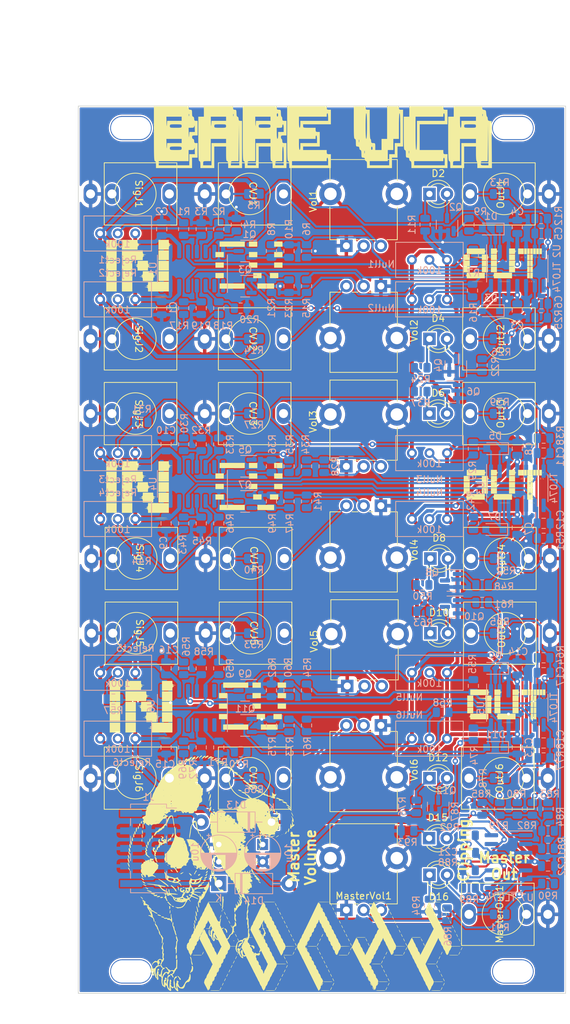
<source format=kicad_pcb>
(kicad_pcb (version 20210228) (generator pcbnew)
  (layers (0 "F.Cu" signal) (31 "B.Cu" signal) (34 "B.Paste" user) (35 "F.Paste" user) (36 "B.SilkS" user "B.Silkscreen") (37 "F.SilkS" user "F.Silkscreen") (38 "B.Mask" user) (39 "F.Mask" user) (44 "Edge.Cuts" user))
  (net 0 "")
  (net 1 "-12V")
  (net 2 "GND")
  (net 3 "+12V")
  (net 4 "/2xVCAs/Raw Output 1")
  (net 5 "Net-(C5-Pad1)")
  (net 6 "/2xVCAs/Raw Output 2")
  (net 7 "Net-(C6-Pad1)")
  (net 8 "/2xVCAs1/Raw Output 1")
  (net 9 "Net-(C11-Pad1)")
  (net 10 "/2xVCAs1/Raw Output 2")
  (net 11 "Net-(C12-Pad1)")
  (net 12 "/2xVCAs2/Raw Output 1")
  (net 13 "Net-(C17-Pad1)")
  (net 14 "/2xVCAs2/Raw Output 2")
  (net 15 "Net-(C18-Pad1)")
  (net 16 "/2xVCAs/CV In 1")
  (net 17 "Net-(CVJ1-Pad2)")
  (net 18 "/2xVCAs/CV In 2")
  (net 19 "Net-(CVJ2-Pad2)")
  (net 20 "/2xVCAs1/CV In 1")
  (net 21 "Net-(CVJ3-Pad2)")
  (net 22 "/2xVCAs1/CV In 2")
  (net 23 "Net-(CVJ4-Pad2)")
  (net 24 "/2xVCAs2/CV In 1")
  (net 25 "Net-(CVJ5-Pad2)")
  (net 26 "/2xVCAs2/CV In 2")
  (net 27 "Net-(CVJ6-Pad2)")
  (net 28 "Net-(D1-Pad1)")
  (net 29 "Net-(D1-Pad2)")
  (net 30 "Net-(D2-Pad2)")
  (net 31 "Net-(D2-Pad1)")
  (net 32 "Net-(D3-Pad1)")
  (net 33 "Net-(D3-Pad2)")
  (net 34 "Net-(D4-Pad2)")
  (net 35 "Net-(D4-Pad1)")
  (net 36 "Net-(D5-Pad2)")
  (net 37 "Net-(D5-Pad1)")
  (net 38 "Net-(D6-Pad2)")
  (net 39 "Net-(D6-Pad1)")
  (net 40 "Net-(D7-Pad2)")
  (net 41 "Net-(D7-Pad1)")
  (net 42 "Net-(D8-Pad2)")
  (net 43 "Net-(D8-Pad1)")
  (net 44 "Net-(D9-Pad2)")
  (net 45 "Net-(D9-Pad1)")
  (net 46 "Net-(D10-Pad2)")
  (net 47 "Net-(D10-Pad1)")
  (net 48 "Net-(D11-Pad2)")
  (net 49 "Net-(D11-Pad1)")
  (net 50 "Net-(D12-Pad2)")
  (net 51 "Net-(D12-Pad1)")
  (net 52 "Net-(Null1-Pad2)")
  (net 53 "Net-(Null2-Pad2)")
  (net 54 "Net-(Null3-Pad2)")
  (net 55 "Net-(Null4-Pad2)")
  (net 56 "Net-(Null5-Pad2)")
  (net 57 "Net-(Null6-Pad2)")
  (net 58 "/2xVCAs/Output 1")
  (net 60 "/2xVCAs/Output 2")
  (net 62 "/2xVCAs1/Output 1")
  (net 64 "/2xVCAs1/Output 2")
  (net 66 "/2xVCAs2/Output 1")
  (net 68 "/2xVCAs2/Output 2")
  (net 70 "Net-(D13-Pad2)")
  (net 71 "Net-(Q1-Pad2)")
  (net 72 "Net-(Q2-Pad1)")
  (net 73 "Net-(D14-Pad1)")
  (net 74 "Net-(Q3-Pad2)")
  (net 75 "Net-(Q4-Pad1)")
  (net 76 "Net-(Q5-Pad3)")
  (net 77 "Net-(Q5-Pad2)")
  (net 78 "Net-(Q6-Pad1)")
  (net 79 "Net-(Q7-Pad3)")
  (net 80 "Net-(Q7-Pad2)")
  (net 81 "Net-(Q8-Pad1)")
  (net 82 "Net-(Q9-Pad3)")
  (net 83 "Net-(Q9-Pad2)")
  (net 84 "Net-(Q10-Pad1)")
  (net 85 "Net-(Q11-Pad3)")
  (net 86 "Net-(Q11-Pad2)")
  (net 87 "Net-(Q12-Pad1)")
  (net 88 "Net-(R1-Pad2)")
  (net 89 "/2xVCAs/Signal In 1")
  (net 90 "Net-(R2-Pad2)")
  (net 91 "Net-(R2-Pad1)")
  (net 92 "Net-(D15-Pad2)")
  (net 93 "Net-(D15-Pad1)")
  (net 94 "Net-(D16-Pad2)")
  (net 95 "/2xVCAs/Signal In 2")
  (net 96 "Net-(D16-Pad1)")
  (net 97 "Net-(MasterOut1-Pad3)")
  (net 98 "Net-(R28-Pad1)")
  (net 99 "Net-(R30-Pad2)")
  (net 100 "/2xVCAs1/Signal In 1")
  (net 101 "Net-(R31-Pad2)")
  (net 102 "Net-(R31-Pad1)")
  (net 103 "Net-(R41-Pad1)")
  (net 104 "Net-(R43-Pad2)")
  (net 105 "/2xVCAs1/Signal In 2")
  (net 106 "Net-(R44-Pad2)")
  (net 107 "Net-(R44-Pad1)")
  (net 108 "Net-(R54-Pad1)")
  (net 109 "Net-(R56-Pad2)")
  (net 110 "/2xVCAs2/Signal In 1")
  (net 111 "Net-(R57-Pad2)")
  (net 112 "Net-(R57-Pad1)")
  (net 113 "Net-(R67-Pad1)")
  (net 114 "Net-(R69-Pad2)")
  (net 115 "/2xVCAs2/Signal In 2")
  (net 116 "Net-(R70-Pad2)")
  (net 117 "Net-(R70-Pad1)")
  (net 137 "Net-(MasterVol1-Pad3)")
  (net 138 "Net-(MasterVol1-Pad2)")
  (net 139 "Net-(Q1-Pad3)")
  (net 140 "Net-(Q3-Pad3)")
  (net 141 "Net-(R6-Pad1)")
  (net 142 "Net-(R15-Pad1)")
  (net 143 "Net-(R17-Pad2)")
  (net 144 "Net-(R18-Pad1)")
  (net 145 "Net-(R18-Pad2)")
  (net 146 "Net-(R79-Pad2)")
  (net 147 "Net-(R86-Pad2)")
  (net 148 "Net-(R87-Pad1)")
  (net 149 "Net-(R88-Pad1)")
  (net 150 "Net-(R90-Pad2)")
  (net 151 "Net-(R92-Pad2)")
  (footprint "kicad_libraries:Thonkiconn" (layer "F.Cu") (at 209.55 69.215 90)
    (fp_text reference "OutJ3")
    (fp_text value "Thonkiconn")
  )
  (footprint "Potentiometer_THT:Potentiometer_GND_Alpha_RD901F-40-00D_Single_Vertical_CircularHoles" (layer "F.Cu") (at 191.73 114.29 -90)
    (fp_text reference "Vol6")
    (fp_text value "100k")
  )
  (footprint "Panel Holes:3.2mm slot" (layer "F.Cu") (at 210.82 149.86)
    (fp_text reference "REF**" hide)
    (fp_text value "3.2mm slot")
  )
  (footprint "kicad_libraries:IN" (layer "F.Cu") (at 156.718 48.26)
    (fp_text reference "G***")
    (fp_text value "LOGO" hide)
  )
  (footprint "Potentiometer_THT:Potentiometer_GND_Alpha_RD901F-40-00D_Single_Vertical_CircularHoles" (layer "F.Cu") (at 186.86 108.595 90)
    (fp_text reference "Vol5")
    (fp_text value "100k")
  )
  (footprint "kicad_libraries:Thonkiconn" (layer "F.Cu") (at 209.55 37.465 90)
    (fp_text reference "OutJ1")
    (fp_text value "Thonkiconn")
  )
  (footprint "LED_THT:LED_D3.0mm" (layer "F.Cu") (at 198.7 130.595)
    (fp_text reference "D15")
    (fp_text value "Red LED")
  )
  (footprint "kicad_libraries:Thonkiconn" (layer "F.Cu") (at 209.39 141.605 90)
    (fp_text reference "MasterOut1")
    (fp_text value "Thonkiconn")
  )
  (footprint "Potentiometer_THT:Potentiometer_GND_Alpha_RD901F-40-00D_Single_Vertical_CircularHoles" (layer "F.Cu") (at 186.73 44.965 90)
    (fp_text reference "Vol1")
    (fp_text value "100k")
  )
  (footprint "kicad_libraries:CV" (layer "F.Cu") (at 172.72 47.752)
    (fp_text reference "G***")
    (fp_text value "LOGO" hide)
  )
  (footprint "kicad_libraries:Thonkiconn" (layer "F.Cu") (at 172.72 58.42 -90)
    (fp_text reference "CVJ2")
    (fp_text value "Thonkiconn")
  )
  (footprint "kicad_libraries:OUT" (layer "F.Cu") (at 209.55 47.752)
    (fp_text reference "G***")
    (fp_text value "LOGO" hide)
  )
  (footprint "kicad_libraries:cat" (layer "F.Cu") (at 167.132 135.89)
    (fp_text reference "G***")
    (fp_text value "LOGO" hide)
  )
  (footprint "kicad_libraries:Thonkiconn" (layer "F.Cu") (at 156.34 100.965 -90)
    (fp_text reference "SigJ5")
    (fp_text value "Thonkiconn")
  )
  (footprint "kicad_libraries:Thonkiconn" (layer "F.Cu") (at 156.21 69.215 -90)
    (fp_text reference "SigJ3")
    (fp_text value "Thonkiconn")
  )
  (footprint "kicad_libraries:Thonkiconn" (layer "F.Cu") (at 209.55 58.42 90)
    (fp_text reference "OutJ2")
    (fp_text value "Thonkiconn")
  )
  (footprint "Potentiometer_THT:Potentiometer_GND_Alpha_RD901F-40-00D_Single_Vertical_CircularHoles" (layer "F.Cu") (at 186.73 76.845 90)
    (fp_text reference "Vol3")
    (fp_text value "100k")
  )
  (footprint "kicad_libraries:ASCII mid size" (layer "F.Cu") (at 183.642 146.304)
    (fp_text reference "G***")
    (fp_text value "LOGO" hide)
  )
  (footprint "Potentiometer_THT:Potentiometer_GND_Alpha_RD901F-40-00D_Single_Vertical_CircularHoles" (layer "F.Cu") (at 191.73 82.54 -90)
    (fp_text reference "Vol4")
    (fp_text value "100k")
  )
  (footprint "kicad_libraries:CV" (layer "F.Cu") (at 173.228 111.506)
    (fp_text reference "G***")
    (fp_text value "LOGO" hide)
  )
  (footprint "LED_THT:LED_D3.0mm" (layer "F.Cu") (at 198.88 90.17)
    (fp_text reference "D8")
    (fp_text value "Blue LED")
  )
  (footprint "kicad_libraries:Thonkiconn" (layer "F.Cu") (at 156.21 37.465 -90)
    (fp_text reference "SigJ1")
    (fp_text value "Thonkiconn")
  )
  (footprint "kicad_libraries:Thonkiconn" (layer "F.Cu") (at 156.34 90.17 -90)
    (fp_text reference "SigJ4")
    (fp_text value "Thonkiconn")
  )
  (footprint "LED_THT:LED_D3.0mm" (layer "F.Cu") (at 198.75 37.465)
    (fp_text reference "D2")
    (fp_text value "Red LED")
  )
  (footprint "Panel Holes:3.2mm slot" (layer "F.Cu") (at 155.575 149.86)
    (fp_text reference "REF**" hide)
    (fp_text value "3.2mm slot")
  )
  (footprint "Panel Holes:3.2mm slot" (layer "F.Cu") (at 210.82 27.94)
    (fp_text reference "REF**" hide)
    (fp_text value "3.2mm slot")
  )
  (footprint "kicad_libraries:Thonkiconn" (layer "F.Cu") (at 172.72 37.465 -90)
    (fp_text reference "CVJ1")
    (fp_text value "Thonkiconn")
  )
  (footprint "kicad_libraries:Thonkiconn" (layer "F.Cu") (at 209.39 121.92 90)
    (fp_text reference "OutJ6")
    (fp_text value "Thonkiconn")
  )
  (footprint "kicad_libraries:Thonkiconn" (layer "F.Cu") (at 172.72 69.215 -90)
    (fp_text reference "CVJ3")
    (fp_text value "Thonkiconn")
  )
  (footprint "LED_THT:LED_D3.0mm" (layer "F.Cu") (at 198.75 135.89)
    (fp_text reference "D16")
    (fp_text value "Blue LED")
  )
  (footprint "LED_THT:LED_D3.0mm" (layer "F.Cu") (at 198.88 100.965)
    (fp_text reference "D10")
    (fp_text value "Red LED")
  )
  (footprint "kicad_libraries:Thonkiconn" (layer "F.Cu") (at 156.21 58.42 -90)
    (fp_text reference "SigJ2")
    (fp_text value "Thonkiconn")
  )
  (footprint "kicad_libraries:Thonkiconn" (layer "F.Cu") (at 172.85 90.17 -90)
    (fp_text reference "CVJ4")
    (fp_text value "Thonkiconn")
  )
  (footprint "kicad_libraries:OUT" (layer "F.Cu") (at 209.55 79.756)
    (fp_text reference "G***")
    (fp_text value "LOGO" hide)
  )
  (footprint "kicad_libraries:Thonkiconn" (layer "F.Cu") (at 209.68 90.17 90)
    (fp_text reference "OutJ4")
    (fp_text value "Thonkiconn")
  )
  (footprint "kicad_libraries:Thonkiconn" (layer "F.Cu") (at 209.68 100.965 90)
    (fp_text reference "OutJ5")
    (fp_text value "Thonkiconn")
  )
  (footprint "kicad_libraries:CV" (layer "F.Cu") (at 172.72 79.756)
    (fp_text reference "G***")
    (fp_text value "LOGO" hide)
  )
  (footprint "kicad_libraries:IN" (layer "F.Cu") (at 156.718 80.264)
    (fp_text reference "G***")
    (fp_text value "LOGO" hide)
  )
  (footprint "kicad_libraries:Bare VCA" (layer "F.Cu") (at 183.388 29.21)
    (fp_text reference "G***")
    (fp_text value "LOGO" hide)
  )
  (footprint "kicad_libraries:OUT" (layer "F.Cu") (at 210.058 111.506)
    (fp_text reference "G***")
    (fp_text value "LOGO" hide)
  )
  (footprint "Panel Holes:3.2mm slot" (layer "F.Cu") (at 155.575 27.94)
    (fp_text reference "REF**" hide)
    (fp_text value "3.2mm slot")
  )
  (footprint "kicad_libraries:Thonkiconn" (layer "F.Cu") (at 172.85 100.965 -90)
    (fp_text reference "CVJ5")
    (fp_text value "Thonkiconn")
  )
  (footprint "LED_THT:LED_D3.0mm" (layer "F.Cu") (at 198.75 69.215)
    (fp_text reference "D6")
    (fp_text value "Red LED")
  )
  (footprint "Potentiometer_THT:Potentiometer_GND_Alpha_RD901F-40-00D_Single_Vertical_CircularHoles" (layer "F.Cu") (at 186.73 140.98 90)
    (fp_text reference "MasterVol1")
    (fp_text value "100k")
  )
  (footprint "LED_THT:LED_D3.0mm" (layer "F.Cu") (at 198.75 121.92)
    (fp_text reference "D12")
    (fp_text value "Blue LED")
  )
  (footprint "kicad_libraries:Thonkiconn" (layer "F.Cu") (at 156.21 121.92 -90)
    (fp_text reference "SigJ6")
    (fp_text value "Thonkiconn")
  )
  (footprint "kicad_libraries:IN" (layer "F.Cu") (at 157.226 112.014)
    (fp_text reference "G***")
    (fp_text value "LOGO" hide)
  )
  (footprint "kicad_libraries:Thonkiconn" (layer "F.Cu") (at 172.72 121.92 -90)
    (fp_text reference "CVJ6")
    (fp_text value "Thonkiconn")
  )
  (footprint "LED_THT:LED_D3.0mm" (layer "F.Cu") (at 198.75 58.42)
    (fp_text reference "D4")
    (fp_text value "Blue LED")
  )
  (footprint "Potentiometer_THT:Potentiometer_GND_Alpha_RD901F-40-00D_Single_Vertical_CircularHoles" (layer "F.Cu") (at 191.73 50.79 -90)
    (fp_text reference "Vol2")
    (fp_text value "100k")
  )
  (footprint "Capacitor_SMD:C_0805_2012Metric" (layer "B.Cu") (at 204.47 132.715)
    (fp_text reference "C21")
    (fp_text value "100n")
  )
  (footprint "Capacitor_SMD:C_0805_2012Metric" (layer "B.Cu") (at 214.945 43.18)
    (fp_text reference "C5")
    (fp_text value "47p")
  )
  (footprint "Resistor_SMD:R_0805_2012Metric" (layer "B.Cu") (at 175.895 109.22 90)
    (fp_text reference "R62")
    (fp_text value "22k")
  )
  (footprint "Capacitor_SMD:C_0805_2012Metric" (layer "B.Cu") (at 211.455 42.23 90)
    (fp_text reference "C4")
    (fp_text value "100n")
  )
  (footprint "Resistor_SMD:R_0805_2012Metric" (layer "B.Cu") (at 163.195 106.045 -90)
    (fp_text reference "R56")
    (fp_text value "100k")
  )
  (footprint "Resistor_SMD:R_0805_2012Metric" (layer "B.Cu") (at 175.895 50.8 90)
    (fp_text reference "R21")
    (fp_text value "100k")
  )
  (footprint "Potentiometer_THT:Potentiometer_Bourns_3296W_Vertical" (layer "B.Cu") (at 196.215 84.455 180)
    (fp_text reference "Null4")
    (fp_text value "100k")
  )
  (footprint "Resistor_SMD:R_0805_2012Metric" (layer "B.Cu") (at 215.265 104.521)
    (fp_text reference "R64")
    (fp_text value "100k")
  )
  (footprint "Capacitor_SMD:C_0805_2012Metric" (layer "B.Cu") (at 211.455 106.045 90)
    (fp_text reference "C14")
    (fp_text value "100n")
  )
  (footprint "Resistor_SMD:R_0805_2012Metric" (layer "B.Cu") (at 165.735 53.975 90)
    (fp_text reference "R19")
    (fp_text value "220")
  )
  (footprint "Potentiometer_THT:Potentiometer_Bourns_3296W_Vertical" (layer "B.Cu") (at 196.215 116.205 180)
    (fp_text reference "Null6")
    (fp_text value "100k")
  )
  (footprint "Diode_SMD:D_SOD-323_HandSoldering" (layer "B.Cu") (at 208.28 106.045 180)
    (fp_text reference "D9")
    (fp_text value "1N4148WS")
  )
  (footprint "Resistor_SMD:R_0805_2012Metric" (layer "B.Cu") (at 215.9 126.365 -90)
    (fp_text reference "R83")
    (fp_text value "100k")
  )
  (footprint "Resistor_SMD:R_0805_2012Metric" (layer "B.Cu") (at 208.915 126.365 -90)
    (fp_text reference "R79")
    (fp_text value "100k")
  )
  (footprint "Diode_SMD:D_SOD-323_HandSoldering" (layer "B.Cu") (at 208.153 85.979 180)
    (fp_text reference "D7")
    (fp_text value "1N4148WS")
  )
  (footprint "Potentiometer_THT:Potentiometer_Bourns_3296W_Vertical" (layer "B.Cu") (at 196.215 106.68 180)
    (fp_text reference "Null5")
    (fp_text value "100k")
  )
  (footprint "Resistor_SMD:R_0805_2012Metric" (layer "B.Cu") (at 163.195 42.545 -90)
    (fp_text reference "R1")
    (fp_text value "100k")
  )
  (footprint "Resistor_SMD:R_0805_2012Metric" (layer "B.Cu") (at 163.195 85.09 90)
    (fp_text reference "R43")
    (fp_text value "100k")
  )
  (footprint "Resistor_SMD:R_0805_2012Metric" (layer "B.Cu") (at 208.915 100.965 180)
    (fp_text reference "R65")
    (fp_text value "1k")
  )
  (footprint "Resistor_SMD:R_0805_2012Metric" (layer "B.Cu") (at 178.435 45.72 90)
    (fp_text reference "R10")
    (fp_text value "22k")
  )
  (footprint "Capacitor_SMD:C_0805_2012Metric" (layer "B.Cu") (at 215.265 106.68)
    (fp_text reference "C17")
    (fp_text value "47p")
  )
  (footprint "Resistor_SMD:R_0805_2012Metric" (layer "B.Cu") (at 214.9075 55.372)
    (fp_text reference "R25")
    (fp_text value "100k")
  )
  (footprint "Resistor_SMD:R_0805_2012Metric" (layer "B.Cu") (at 173.355 90.17)
    (fp_text reference "R40")
    (fp_text value "68k")
  )
  (footprint "Resistor_SMD:R_0805_2012Metric" (layer "B.Cu") (at 168.275 106.045 90)
    (fp_text reference "R59")
    (fp_text value "220")
  )
  (footprint "Diode_SMD:D_SOD-323_HandSoldering" (layer "B.Cu") (at 207.645 54.356 180)
    (fp_text reference "D3")
    (fp_text value "1N4148WS")
  )
  (footprint "Capacitor_SMD:C_0805_2012Metric" (layer "B.Cu") (at 215.9 134.62)
    (fp_text reference "C22")
    (fp_text value "100n")
  )
  (footprint "Resistor_SMD:R_0805_2012Metric" (layer "B.Cu") (at 198.12 41.91 90)
    (fp_text reference "R11")
    (fp_text value "560")
  )
  (footprint "Package_SO:SOIC-14_3.9x8.7mm_P1.27mm" (layer "B.Cu") (at 210.185 133.985 180)
    (fp_text reference "U7")
    (fp_text value "TL074")
  )
  (footprint "Resistor_SMD:R_0805_2012Metric" (layer "B.Cu") (at 206.375 62.23 -90)
    (fp_text reference "R22")
    (fp_text value "270k")
  )
  (footprint "Resistor_SMD:R_0805_2012Metric" (layer "B.Cu") (at 205.105 115.57 -90)
    (fp_text reference "R74")
    (fp_text value "270k")
  )
  (footprint "Resistor_SMD:R_0805_2012Metric" (layer "B.Cu") (at 163.195 73.66 -90)
    (fp_text reference "R30")
    (fp_text value "100k")
  )
  (footprint "Resistor_SMD:R_0805_2012Metric" (layer "B.Cu") (at 173.355 69.215)
    (fp_text reference "R27")
    (fp_text value "68k")
  )
  (footprint "Resistor_SMD:R_0805_2012Metric" (layer "B.Cu") (at 215.9 137.16 180)
    (fp_text reference "R90")
    (fp_text value "330k")
  )
  (footprint "Resistor_SMD:R_0805_2012Metric" (layer "B.Cu") (at 204.47 130.175)
    (fp_text reference "R92")
    (fp_text value "100k")
  )
  (footprint "Resistor_SMD:R_0805_2012Metric" (layer "B.Cu") (at 168.275 117.475 -90)
    (fp_text reference "R72")
    (fp_text value "220")
  )
  (footprint "Potentiometer_THT:Potentiometer_Bourns_3296W_Vertical" (layer "B.Cu") (at 196.215 74.93 180)
    (fp_text reference "Null3")
    (fp_text value "100k")
  )
  (footprint "Connector_PinHeader_2.54mm:PinHeader_2x05_P2.54mm_Vertical_SMD" (layer "B.Cu") (at 158.115 132.08 180)
    (fp_text reference "J1")
    (fp_text value "Power")
  )
  (footprint "Capacitor_SMD:C_0805_2012Metric" (layer "B.Cu") (at 160.655 85.09 90)
    (fp_text reference "C9")
    (fp_text value "100n")
  )
  (footprint "Resistor_SMD:R_0805_2012Metric" (layer "B.Cu") (at 211.455 126.365 -90)
    (fp_text reference "R80")
    (fp_text value "100k")
  )
  (footprint "Capacitor_SMD:C_0805_2012Metric" (layer "B.Cu") (at 211.455 85.725 90)
    (fp_text reference "C7")
    (fp_text value "100n")
  )
  (footprint "Resistor_SMD:R_0805_2012Metric" (layer "B.Cu") (at 163.195 53.975 90)
    (fp_text reference "R17")
    (fp_text value "100k")
  )
  (footprint "Resistor_SMD:R_0805_2012Metric" (layer "B.Cu") (at 195.58 129.54)
    (fp_text reference "R93")
    (fp_text value "10k")
  )
  (footprint "Capacitor_SMD:C_0805_2012Metric" (layer "B.Cu") (at 211.455 54.29 90)
    (fp_text reference "C3")
    (fp_text value "100n")
  )
  (footprint "Resistor_SMD:R_0805_2012Metric" (layer "B.Cu") (at 173.355 121.92)
    (fp_text reference "R66")
    (fp_text value "68k")
  )
  (footprint "Resistor_SMD:R_0805_2012Metric" (layer "B.Cu") (at 208.915 37.465 180)
    (fp_text reference "R13")
    (fp_text value "1k")
  )
  (footprint "Capacitor_SMD:C_0805_2012Metric" (layer "B.Cu") (at 160.655 117.475 90)
    (fp_text reference "C15")
    (fp_text value "100n")
  )
  (footprint "Package_TO_SOT_SMD:SOT-23" (layer "B.Cu") (at 201.295 41.91 90)
    (fp_text reference "Q2")
    (fp_text value "MMBT3906")
  )
  (footprint "Resistor_SMD:R_0805_2012Metric" (layer "B.Cu") (at 168.275 73.66 90)
    (fp_text reference "R33")
    (fp_text value "220")
  )
  (footprint "Resistor_SMD:R_0805_2012Metric" (layer "B.Cu") (at 197.7625 93.98)
    (fp_text reference "R50")
    (fp_text value "560")
  )
  (footprint "Package_TO_SOT_SMD:SOT-23" (layer "B.Cu") (at 202.565 62.23 90)
    (fp_text reference "Q4")
    (fp_text value "MMBT3906")
  )
  (footprint "Capacitor_SMD:C_0805_2012Metric" (layer "B.Cu") (at 160.02 42.545 90)
    (fp_text reference "C2")
    (fp_text value "100n")
  )
  (footprint "Potentiometer_THT:Potentiometer_Bourns_3296W_Vertical" (layer "B.Cu") (at 196.205 46.99 180)
    (fp_text reference "Null1")
    (fp_text value "100k")
  )
  (footprint "Package_TO_SOT_SMD:SOT-23" (layer "B.Cu") (at 172.085 81.915 180)
    (fp_text reference "Q7")
    (fp_text value "MMBT3906")
  )
  (footprint "Resistor_SMD:R_0805_2012Metric" (layer "B.Cu") (at 214.9075 41.021)
    (fp_text reference "R12")
    (fp_text value "100k")
  )
  (footprint "Resistor_SMD:R_0805_2012Metric" (layer "B.Cu") (at 178.435 76.835 -90)
    (fp_text reference "R35")
    (fp_text value "270k")
  )
  (footprint "Resistor_SMD:R_0805_2012Metric" (layer "B.Cu") (at 208.915 90.17 180)
    (fp_text reference "R52")
    (fp_text value "1k")
  )
  (footprint "Resistor_SMD:R_0805_2012Metric" (layer "B.Cu") (at 163.195 117.475 90)
    (fp_text reference "R69")
    (fp_text value "100k")
  )
  (footprint "Package_SO:SOIC-16_3.9x9.9mm_P1.27mm" (layer "B.Cu") (at 164.465 48.26 90)
    (fp_text reference "U1")
    (fp_text value "LM13700")
  )
  (footprint "Diode_THT:D_DO-41_SOD81_P10.16mm_Horizontal" (layer "B.Cu") (at 168.275 137.16)
    (fp_text reference "D14")
    (fp_text value "1N5817")
  )
  (footprint "Resistor_SMD:R_0805_2012Metric" (layer "B.Cu") (at 205.105 46.355 -90)
    (fp_text reference "R7")
    (fp_text value "200k")
  )
  (footprint "Package_SO:SOIC-14_3.9x8.7mm_P1.27mm" (layer "B.Cu") (at 211.455 80.01 -90)
    (fp_text reference "U3")
    (fp_text value "TL074")
  )
  (footprint "Potentiometer_THT:Potentiometer_Bourns_3296W_Vertical" (layer "B.Cu") (at 151.13 116.205 180)
    (fp_text reference "Reject6")
    (fp_text value "100k")
  )
  (footprint "Resistor_SMD:R_0805_2012Metric" (layer "B.Cu") (at 204.47 135.255)
    (fp_text reference "R88")
    (fp_text value "820k")
  )
  (footprint "Resistor_SMD:R_0805_2012Metric" (layer "B.Cu") (at 200.66 112.395)
    (fp_text reference "R68")
    (fp_text value "200k")
  )
  (footprint "Diode_SMD:D_SOD-323_HandSoldering" (layer "B.Cu") (at 207.645 42.545 180)
    (fp_text reference "D1")
    (fp_text value "1N4148WS")
  )
  (footprint "Resistor_SMD:R_0805_2012Metric" (layer "B.Cu") (at 180.975 109.22 -90)
    (fp_text reference "R54")
    (fp_text value "100k")
  )
  (footprint "Resistor_SMD:R_0805_2012Metric" (layer "B.Cu") (at 180.975 114.3 -90)
    (fp_text reference "R67")
    (fp_text value "100k")
  )
  (footprint "Resistor_SMD:R_0805_2012Metric" (layer "B.Cu") (at 173.355 37.465)
    (fp_text reference "R5")
    (fp_text value "68k")
  )
  (footprint "Resistor_SMD:R_0805_2012Metric" (layer "B.Cu") (at 168.275 42.545 -90)
    (fp_text reference "R2")
    (fp_text value "100k")
  )
  (footprint "Resistor_SMD:R_0805_2012Metric" (layer "B.Cu") (at 180.975 81.915 90)
    (fp_text reference "R41")
    (fp_text value "100k")
  )
  (footprint "Potentiometer_THT:Potentiometer_Bourns_3296W_Vertical" (layer "B.Cu") (at 196.205 52.705 180)
    (fp_text reference "Null2")
    (fp_text value "100k")
  )
  (footprint "Package_SO:SOIC-16_3.9x9.9mm_P1.27mm" (layer "B.Cu") (at 164.465 111.76 90)
    (fp_text reference "U6")
    (fp_text value "LM13700")
  )
  (footprint "Resistor_SMD:R_0805_2012Metric" (layer "B.Cu") (at 153.035 110.49)
    (fp_text reference "R57")
    (fp_text value "100k")
  )
  (footprint "Resistor_SMD:R_0805_2012Metric" (layer "B.Cu") (at 198.755 140.335 90)
    (fp_text reference "R94")
    (fp_text value "10k")
  )
  (footprint "Resistor_SMD:R_0805_2012Metric" (layer "B.Cu") (at 168.275 85.09 -90)
    (fp_text reference "R46")
    (fp_text value "220")
  )
  (footprint "Capacitor_SMD:C_0805_2012Metric" (layer "B.Cu") (at 211.455 74.295 90)
    (fp_text reference "C8")
    (fp_text value "100n")
  )
  (footprint "Resistor_SMD:R_0805_2012Metric" (layer "B.Cu") (at 206.375 93.98 180)
    (fp_text reference "R48")
    (fp_text value "270k")
  )
  (footprint "Resistor_SMD:R_0805_2012Metric" (layer "B.Cu") (at 175.895 81.915 90)
    (fp_text reference "R49")
    (fp_text value "22k")
  )
  (footprint "Resistor_SMD:R_0805_2012Metric" (layer "B.Cu") (at 165.735 106.045 -90)
    (fp_text reference "R58")
    (fp_text value "220")
  )
  (footprint "Resistor_SMD:R_0805_2012Metric" (layer "B.Cu") (at 157.1225 70.485)
    (fp_text reference "R31")
    (fp_text value "100k")
  )
  (footprint "Capacitor_SMD:C_0805_2012Metric" (layer "B.Cu") (at 214.945 53.34)
    (fp_text reference "C6")
    (fp_text value "47p")
  )
  (footprint "Capacitor_SMD:C_0805_2012Metric" (layer "B.Cu") (at 160.655 73.66 90)
    (fp_text reference "C10")
    (fp_text value "100n")
  )
  (footprint "Resistor_SMD:R_0805_2012Metric" (layer "B.Cu") (at 215.265 87.249)
    (fp_text reference "R51")
    (fp_text value "100k")
  )
  (footprint "Resistor_SMD:R_0805_2012Metric" (layer "B.Cu") (at 213.6375 126.365 -90)
    (fp_text reference "R82")
    (fp_text value "100k")
  )
  (footprint "Resistor_SMD:R_0805_2012Metric" (layer "B.Cu") (at 206.375 96.52 180)
    (fp_text reference "R61")
    (fp_text value "270k")
  )
  (footprint "Potentiometer_THT:Potentiometer_Bourns_3296W_Vertical" (layer "B.Cu") (at 151.13 84.455 180)
    (fp_text reference "Reject4")
    (fp_text value "100k")
  )
  (footprint "Resistor_SMD:R_0805_2012Metric" (layer "B.Cu") (at 157.1225 88.9)
    (fp_text reference "R44")
    (fp_text value "100k")
  )
  (footprint "Resistor_SMD:R_0805_2012Metric" (layer "B.Cu") (at 175.895 114.3 90)
    (fp_text reference "R75")
    (fp_text value "22k")
  )
  (footprint "Resistor_SMD:R_0805_2012Metric" (layer "B.Cu") (at 165.735 117.475 90)
    (fp_text reference "R71")
    (fp_text value "220")
  )
  (footprint "Resistor_SMD:R_0805_2012Metric" (layer "B.Cu") (at 204.978 51.435 90)
    (fp_text reference "R16")
    (fp_text value "200k")
  )
  (footprint "Resistor_SMD:R_0805_2012Metric" (layer "B.Cu") (at 178.435 50.8 -90)
    (fp_text reference "R23")
    (fp_text value "22k")
  )
  (footprint "Resistor_SMD:R_0805_2012Metric" (layer "B.Cu") (at 165.735 85.09 90)
    (fp_text reference "R45")
    (fp_text value "220")
  )
  (footprint "Resistor_SMD:R_0805_2012Metric" (layer "B.Cu") (at 208.915 69.215 180)
    (fp_text reference "R39")
    (fp_text value "1k")
  )
  (footprint "Potentiometer_THT:Potentiometer_Bourns_3296W_Vertical" (layer "B.Cu") (at 151.12 43.18 180)
    (fp_text reference "Reject1")
    (fp_text value "100k")
  )
  (footprint "Capacitor_SMD:C_0805_2012Metric" (layer "B.Cu") (at 160.02 53.975 90)
    (fp_text reference "C1")
    (fp_text value "100n")
  )
  (footprint "Resistor_SMD:R_0805_2012Metric" (layer "B.Cu") (at 215.265 118.999)
    (fp_text reference "R77")
    (fp_text value "100k")
  )
  (footprint "Potentiometer_THT:Potentiometer_Bourns_3296W_Vertical" (layer "B.Cu") (at 151.12 52.705 180)
    (fp_text reference "Reject2")
    (fp_text value "100k")
  )
  (footprint "Resistor_SMD:R_0805_2012Metric" (layer "B.Cu") (at 197.485 62.5875)
    (fp_text reference "R24")
    (fp_text value "560")
  )
  (footprint "Resistor_SMD:R_0805_2012Metric" (layer "B.Cu") (at 215.9 132.08 180)
    (fp_text reference "R81")
    (fp_text value "100k")
  )
  (footprint "Resistor_SMD:R_0805_2012Metric" (layer "B.Cu") (at 173.355 58.42)
    (fp_text reference "R14")
    (fp_text value "68k")
  )
  (footprint "Capacitor_SMD:C_0805_2012Metric" (layer "B.Cu") (at 160.655 106.045 90)
    (fp_text reference "C16")
    (fp_text value "100n")
  )
  (footprint "Resistor_SMD:R_0805_2012Metric" (layer "B.Cu") (at 196.85 126.0075 90)
    (fp_text reference "R76")
    (fp_text value "560")
  )
  (footprint "Resistor_SMD:R_0805_2012Metric" (layer "B.Cu") (at 178.435 114.3 -90)
    (fp_text reference "R73")
    (fp_text value "100k")
  )
  (footprint "Resistor_SMD:R_0805_2012Metric" (layer "B.Cu") (at 183.515 76.835 90)
    (fp_text reference "R28")
    (fp_text value "100k")
  )
  (footprint "Resistor_SMD:R_0805_2012Metric" (layer "B.Cu") (at 205.105 85.09 -90)
    (fp_text reference "R42")
    (fp_text value "200k")
  )
  (footprint "Resistor_SMD:R_0805_2012Metric" (layer "B.Cu") (at 171.45 53.975)
    (fp_text reference "R20")
    (fp_text value "220")
  )
  (footprint "Resistor_SMD:R_0805_2012Metric" (layer "B.Cu") (at 215.9 129.54 180)
    (fp_text reference "R84")
    (fp_text value "100k")
  )
  (footprint "Package_TO_SOT_SMD:SOT-23" (layer "B.Cu") (at 201.93 93.345 180)
    (fp_text reference "Q8")
    (fp_text value "MMBT3906")
  )
  (footprint "Package_SO:SOIC-14_3.9x8.7mm_P1.27mm" (layer "B.Cu") (at 211.455 111.76 -90)
    (fp_text reference "U5")
    (fp_text value "TL074")
  )
  (footprint "Package_TO_SOT_SMD:SOT-23" (layer "B.Cu") (at 172.085 76.835 180)
    (fp_text reference "Q5")
    (fp_text value "MMBT3906")
  )
  (footprint "Package_TO_SOT_SMD:SOT-23" (layer "B.Cu") (at 172.085 50.8 180)
    (fp_text reference "Q3")
    (fp_text value "MMBT3906")
  )
  (footprint "Diode_SMD:D_SOD-323_HandSoldering" (layer "B.Cu") (at 208.28 117.475 180)
    (fp_text reference "D11")
    (fp_text value "1N4148WS")
  )
  (footprint "Capacitor_SMD:C_0805_2012Metric" (layer "B.Cu") (at 215.265 74.93)
    (fp_text reference "C11")
    (fp_text value "47p")
  )
  (footprint "Resistor_SMD:R_0805_2012Metric" (layer "B.Cu") (at 203.835 127.2775 90)
    (fp_text reference "R87")
    (fp_text value "100k")
  )
  (footprint "Capacitor_THT:CP_Radial_D5.0mm_P2.50mm" (layer "B.Cu") (at 168.275 131.509888 -90)
    (fp_text reference "C20")
    (fp_text value "10u")
  )
  (footprint "Resistor_SMD:R_0805_2012Metric" (layer "B.Cu") (at 204.47 41.91 90)
    (fp_text reference "R9")
    (fp_text value "270k")
  )
  (footprint "Resistor_SMD:R_0805_2012Metric" (layer "B.Cu") (at 208.915 121.92 180)
    (fp_text reference "R78")
    (fp_text value "1k")
  )
  (footprint "Package_TO_SOT_SMD:SOT-23" (layer "B.Cu") (at 201.93 97.155 180)
    (fp_text reference "Q10")
    (fp_text value "MMBT3906")
  )
  (footprint "Resistor_SMD:R_0805_2012Metric" (layer "B.Cu") (at 204.47 137.795 180)
    (fp_text reference "R89")
    (fp_text value "100k")
  )
  (footprint "Resistor_SMD:R_0805_2012Metric" (layer "B.Cu") (at 201.295 141.605 90)
    (fp_text reference "R86")
    (fp_text value "100k")
  )
  (footprint "Resistor_SMD:R_0805_2012Metric" (layer "B.Cu") (at 215.265 72.771)
    (fp_text reference "R38")
    (fp_text value "100k")
  )
  (footprint "Resistor_SMD:R_0805_2012Metric" (layer "B.Cu") (at 171.45 118.11 180)
    (fp_text reference "R70")
    (fp_text value "100k")
  )
  (footprint "Resistor_SMD:R_0805_2012Metric" (layer "B.Cu") (at 175.895 45.72 -90)
    (fp_text reference "R8")
    (fp_text value "100k")
  )
  (footprint "Capacitor_SMD:C_0805_2012Metric" (layer "B.Cu") (at 215.265 116.84)
    (fp_text reference "C18")
    (fp_text value "47p")
  )
  (footprint "Package_SO:SOIC-14_3.9x8.7mm_P1.27mm" (layer "B.Cu") (at 211.455 48.26 -90)
    (fp_text reference "U2")
    (fp_text value "TL074")
  )
  (footprint "Potentiometer_THT:Potentiometer_Bourns_3296W_Vertical" (layer "B.Cu") (at 151.13 74.93 180)
    (fp_text reference "Reject3")
    (fp_text value "100k")
  )
  (footprint "Resistor_SMD:R_0805_2012Metric" (layer "B.Cu") (at 170.815 41.91 90)
    (fp_text reference "R4")
    (fp_text value "220")
  )
  (footprint "Capacitor_THT:CP_Radial_D5.0mm_P2.50mm" (layer "B.Cu") (at 174.625 131.509888 -90)
    (fp_text reference "C19")
    (fp_text value "10u")
  )
  (footprint "Resistor_SMD:R_0805_2012Metric" (layer "B.Cu") (at 168.275 53.975 90)
    (fp_text reference "R18")
    (fp_text value "100k")
  )
  (footprint "Resistor_SMD:R_0805_2012Metric" (layer "B.Cu") (at 180.975 76.835 -90)
    (fp_text reference "R34")
    (fp_text value "100k")
  )
  (footprint "Diode_SMD:D_SOD-323_HandSoldering" (layer "B.Cu") (at 208.28 74.295 180)
    (fp_text reference "D5")
    (fp_text value "1N4148WS")
  )
  (footprint "Potentiometer_THT:Potentiometer_Bourns_3296W_Vertical" (layer "B.Cu") (at 151.13 106.68 180)
    (fp_text reference "Reject5")
    (fp_text value "100k")
  )
  (footprint "Package_TO_SOT_SMD:SOT-23" (layer "B.Cu") (at 172.085 45.72 180)
    (fp_text reference "Q1")
    (fp_text value "MMBT3906")
  )
  (footprint "Resistor_SMD:R_0805_2012Metric" (layer "B.Cu") (at 178.435 109.22 -90)
    (fp_text reference "R60")
    (fp_text value "100k")
  )
  (footprint "Resistor_SMD:R_0805_2012Metric" (layer "B.Cu") (at 197.485 66.04)
    (fp_text reference "R37")
    (fp_text value "560")
  )
  (footprint "Diode_THT:D_DO-41_SOD81_P10.16mm_Horizontal" (layer "B.Cu") (at 175.895 128.27 180)
    (fp_text reference "D13")
    (fp_text value "1N5817")
  )
  (footprint "Resistor_SMD:R_0805_2012Metric" (layer "B.Cu") (at 173.355 100.965)
    (fp_text reference "R53")
    (fp_text value "68k")
  )
  (footprint "Resistor_SMD:R_0805_2012Metric" (layer "B.Cu") (at 208.915 58.42 180)
    (fp_text reference "R26")
    (fp_text value "1k")
  )
  (footprint "Resistor_SMD:R_0805_2012Metric" (layer "B.Cu") (at 205.105 74.295 90)
    (fp_text reference "R29")
    (fp_text value "200k")
  )
  (footprint "Package_SO:SOIC-16_3.9x9.9mm_P1.27mm" (layer "B.Cu") (at 164.465 79.375 90)
    (fp_text reference "U4")
    (fp_text value "LM13700")
  )
  (footprint "Package_TO_SOT_SMD:SOT-23" (layer "B.Cu") (at 200.025 126.0325 90)
    (fp_text reference "Q12")
    (fp_text value "MMBT3906")
  )
  (footprint "Resistor_SMD:R_0805_2012Metric" (layer "B.Cu") (at 206.375 126.365 -90)
    (fp_text reference "R85")
    (fp_text value "33k")
  )
  (footprint "Package_TO_SOT_SMD:SOT-23" (layer "B.Cu") (at 172.085 114.3 180)
    (fp_text reference "Q11")
    (fp_text value "MMBT3906")
  )
  (footprint "Resistor_SMD:R_0805_2012Metric" (layer "B.Cu") (at 197.8425 97.79)
    (fp_text reference "R63")
    (fp_text value "560")
  )
  (footprint "Resistor_SMD:R_0805_2012Metric" (layer "B.Cu") (at 175.895 76.835 90)
    (fp_text reference "R36")
    (fp_text value "22k")
  )
  (footprint "Resistor_SMD:R_0805_2012Metric" (layer "B.Cu") (at 180.975 50.8 -90)
    (fp_text reference "R15")
    (fp_text value "100k")
  )
  (footprint "Resistor_SMD:R_0805_2012Metric" (layer "B.Cu") (at 205.105 108.585 -90)
    (fp_text reference "R55")
    (fp_text value "200k")
  )
  (footprint "Capacitor_SMD:C_0805_2012Metric" (layer "B.Cu") (at 211.455 117.475 90)
    (fp_text reference "C13")
    (fp_text value "100n")
  )
  (footprint "Resistor_SMD:R_0805_2012Metric" (layer "B.Cu") (at 165.735 73.66 -90)
    (fp_text reference "R32")
    (fp_text value "220")
  )
  (footprint "Package_TO_SOT_SMD:SOT-23" (layer "B.Cu") (at 172.085 109.22 180)
    (fp_text reference "Q9")
    (fp_text value "MMBT3906")
  )
  (footprint "Package_TO_SOT_SMD:SOT-23" (layer "B.Cu") (at 201.93 66.04 180)
    (fp_text reference "Q6")
    (fp_text value "MMBT3906")
  )
  (footprint "Resistor_SMD:R_0805_2012Metric" (layer "B.Cu") (at 180.975 45.72 90)
    (fp_text reference "R6")
    (fp_text value "100k")
  )
  (footprint "Resistor_SMD:R_0805_2012Metric" (layer "B.Cu") (at 208.915 141.605 180)
    (fp_text reference "R91")
    (fp_text value "1k")
  )
  (footprint "Resistor_SMD:R_0805_2012Metric" (layer "B.Cu") (at 178.435 81.915 -90)
    (fp_text reference "R47")
    (fp_text value "100k")
  )
  (footprint "Resistor_SMD:R_0805_2012Metric" (layer "B.Cu") (at 165.735 42.545 -90)
    (fp_text reference "R3")
    (fp_text value "220")
  )
  (footprint "Capacitor_SMD:C_0805_2012Metric" (layer "B.Cu") (at 215.265 85.09)
    (fp_text reference "C12")
    (fp_text value "47p")
  )
  (gr_rect (start 147.955 24.765) (end 218.44 153.035) (layer "Edge.Cuts") (width 0.1) (fill none))
  (gr_text "Master\nOut" (at 209.55 134.62) (layer "F.SilkS") (effects (font (size 1.5 1.5) (thickness 0.3))))
  (gr_text "Clipping" (at 203.708 132.334 90) (layer "F.SilkS") (effects (font (size 1.5 1.5) (thickness 0.3))))
  (gr_text "Master\nVolume" (at 180.34 133.35 90) (layer "F.SilkS") (effects (font (size 1.5 1.5) (thickness 0.3))))
  (segment (start 211.455 52.07) (end 208.28 52.07) (width 0.5588) (layer "F.Cu") (net 1))
  (segment (start 202.672111 68.052111) (end 202.672111 73.552889) (width 0.5588) (layer "F.Cu") (net 1))
  (segment (start 198.755 64.135) (end 202.672111 68.052111) (width 0.5588) (layer "F.Cu") (net 1))
  (segment (start 201.285 52.705) (end 202.672111 54.092111) (width 0.5588) (layer "F.Cu") (net 1))
  (segment (start 201.295 116.205) (end 201.93 115.57) (width 0.5588) (layer "F.Cu") (net 1))
  (segment (start 201.295 106.68) (end 201.295 116.205) (width 0.5588) (layer "F.Cu") (net 1))
  (segment (start 156.21 52.715) (end 156.2 52.705) (width 0.5588) (layer "F.Cu") (net 1))
  (segment (start 201.285 52.705) (end 201.285 46.99) (width 0.5588) (layer "F.Cu") (net 1))
  (segment (start 202.672111 73.552889) (end 201.295 74.93) (width 0.5588) (layer "F.Cu") (net 1))
  (segment (start 202.672111 54.092111) (end 202.672111 57.677889) (width 0.5588) (layer "F.Cu") (net 1))
  (segment (start 209.55 135.89) (end 209.55 134.62) (width 0.5588) (layer "F.Cu") (net 1))
  (segment (start 201.295 84.455) (end 202.802111 85.962111) (width 0.5588) (layer "F.Cu") (net 1))
  (segment (start 196.132111 125.812889) (end 196.132111 121.367889) (width 0.5588) (layer "F.Cu") (net 1))
  (segment (start 202.802111 85.962111) (end 204.944222 83.82) (width 0.5588) (layer "F.Cu") (net 1))
  (segment (start 204.944222 83.82) (end 211.455 83.82) (width 0.5588) (layer "F.Cu") (net 1))
  (segment (start 198.385525 95.885) (end 202.802111 100.301586) (width 0.5588) (layer "F.Cu") (net 1))
  (segment (start 202.802111 85.962111) (end 202.802111 100.567111) (width 0.5588) (layer "F.Cu") (net 1))
  (segment (start 156.21 84.455) (end 156.21 74.93) (width 0.5588) (layer "F.Cu") (net 1))
  (segment (start 202.672111 57.677889) (end 202.672111 68.052111) (width 0.5588) (layer "F.Cu") (net 1))
  (segment (start 201.295 74.93) (end 201.295 84.455) (width 0.5588) (layer "F.Cu") (net 1))
  (segment (start 156.2 43.18) (end 156.2 52.705) (width 0.5588) (layer "F.Cu") (net 1))
  (segment (start 156.21 74.93) (end 156.21 52.715) (width 0.5588) (layer "F.Cu") (net 1))
  (segment (start 208.28 52.07) (end 202.672111 57.677889) (width 0.5588) (layer "F.Cu") (net 1))
  (segment (start 197.485 64.135) (end 198.755 64.135) (width 0.5588) (layer "F.Cu") (net 1))
  (segment (start 196.132111 121.367889) (end 201.295 116.205) (width 0.5588) (layer "F.Cu") (net 1))
  (segment (start 206.375 139.065) (end 209.55 135.89) (width 0.5588) (layer "F.Cu") (net 1))
  (segment (start 201.116855 142.362111) (end 204.413966 139.065) (width 0.5588) (layer "F.Cu") (net 1))
  (segment (start 204.413966 139.065) (end 206.375 139.065) (width 0.5588) (layer "F.Cu") (net 1))
  (segment (start 202.802111 100.301586) (end 202.802111 100.567111) (width 0.5588) (layer "F.Cu") (net 1))
  (segment (start 178.435 137.16) (end 183.637111 142.362111) (width 0.5588) (layer "F.Cu") (net 1))
  (segment (start 202.802111 100.567111) (end 202.802111 105.172889) (width 0.5588) (layer "F.Cu") (net 1))
  (segment (start 198.12 95.885) (end 198.385525 95.885) (width 0.5588) (layer "F.Cu") (net 1))
  (segment (start 183.637111 142.362111) (end 201.116855 142.362111) (width 0.5588) (layer "F.Cu") (net 1))
  (segment (start 202.802111 105.172889) (end 201.295 106.68) (width 0.5588) (layer "F.Cu") (net 1))
  (segment (start 201.93 115.57) (end 211.455 115.57) (width 0.5588) (layer "F.Cu") (net 1))
  (segment (start 195.025 126.92) (end 196.132111 125.812889) (width 0.5588) (layer "F.Cu") (net 1))
  (segment (start 156.21 116.205) (end 156.21 106.68) (width 0.5588) (layer "F.Cu") (net 1))
  (segment (start 156.21 106.68) (end 156.21 84.455) (width 0.5588) (layer "F.Cu") (net 1))
  (via (at 198.12 95.885) (size 0.8) (drill 0.4) (layers "F.Cu" "B.Cu") (net 1))
  (via (at 211.455 115.57) (size 0.8) (drill 0.4) (layers "F.Cu" "B.Cu") (net 1))
  (via (at 197.485 64.135) (size 0.8) (drill 0.4) (layers "F.Cu" "B.Cu") (net 1))
  (via (at 195.025 126.92) (size 0.8) (drill 0.4) (layers "F.Cu" "B.Cu") (net 1))
  (via (at 209.55 134.62) (size 0.8) (drill 0.4) (layers "F.Cu" "B.Cu") (net 1))
  (via (at 211.455 83.82) (size 0.8) (drill 0.4) (layers "F.Cu" "B.Cu") (net 1))
  (via (at 206.375 139.065) (size 0.8) (drill 0.4) (layers "F.Cu" "B.Cu") (net 1))
  (via (at 211.455 52.07) (size 0.8) (drill 0.4) (layers "F.Cu" "B.Cu") (net 1))
  (segment (start 162.56 115.345) (end 162.56 114.235) (width 0.5588) (layer "B.Cu") (net 1))
  (segment (start 178.435 134.62) (end 182.245 130.81) (width 0.5588) (layer "B.Cu") (net 1))
  (segment (start 178.435 137.16) (end 178.435 134.62) (width 0.5588) (layer "B.Cu") (net 1))
  (segment (start 156.21 119.596034) (end 162.852446 126.23848) (width 0.5588) (layer "B.Cu") (net 1))
  (segment (start 156.21 84.455) (end 160.34 84.455) (width 0.5588) (layer "B.Cu") (net 1))
  (segment (start 186.135 126.92) (end 195.025 126.92) (width 0.5588) (layer "B.Cu") (net 1))
  (segment (start 205.3825 138.0725) (end 206.375 139.065) (width 0.5588) (layer "B.Cu") (net 1))
  (segment (start 160.655 116.525) (end 161.38 116.525) (width 0.5588) (layer "B.Cu") (net 1))
  (segment (start 160.34 84.455) (end 160.655 84.14) (width 0.5588) (layer "B.Cu") (net 1))
  (segment (start 211.455 116.525) (end 211.455 115.57) (width 0.5588) (layer "B.Cu") (net 1))
  (segment (start 162.852446 126.23848) (end 166.045005 126.23848) (width 0.5588) (layer "B.Cu") (net 1))
  (segment (start 166.045005 126.23848) (end 170.18 130.373475) (width 0.5588) (layer "B.Cu") (net 1))
  (segment (start 211.455 115.57) (end 211.455 114.235) (width 0.5588) (layer "B.Cu") (net 1))
  (segment (start 161.477554 53.025) (end 162.56 51.942554) (width 0.5588) (layer "B.Cu") (net 1))
  (segment (start 161.38 116.525) (end 162.56 115.345) (width 0.5588) (layer "B.Cu") (net 1))
  (segment (start 196.5725 66.04) (end 196.5725 65.0475) (width 0.5588) (layer "B.Cu") (net 1))
  (segment (start 197.485 63.5) (end 196.5725 62.5875) (width 0.5588) (layer "B.Cu") (net 1))
  (segment (start 156.21 116.205) (end 156.21 119.596034) (width 0.5588) (layer "B.Cu") (net 1))
  (segment (start 205.3825 137.795) (end 205.3825 138.0725) (width 0.5588) (layer "B.Cu") (net 1))
  (segment (start 160.655 84.14) (end 161.38 84.14) (width 0.5588) (layer "B.Cu") (net 1))
  (segment (start 211.455 83.82) (end 211.455 82.485) (width 0.5588) (layer "B.Cu") (net 1))
  (segment (start 198.12 96.6) (end 196.93 97.79) (width 0.5588) (layer "B.Cu") (net 1))
  (segment (start 178.435 137.16) (end 175.895 137.16) (width 0.5588) (layer "B.Cu") (net 1))
  (segment (start 211.455 52.07) (end 211.455 50.735) (width 0.5588) (layer "B.Cu") (net 1))
  (segment (start 206.69 133.985) (end 205.42 132.715) (width 0.5588) (layer "B.Cu") (net 1))
  (segment (start 162.56 82.96) (end 162.56 81.85) (width 0.5588) (layer "B.Cu") (net 1))
  (segment (start 178.435 134.62) (end 186.135 126.92) (width 0.5588) (layer "B.Cu") (net 1))
  (segment (start 161.38 84.14) (end 162.56 82.96) (width 0.5588) (layer "B.Cu") (net 1))
  (segment (start 156.21 116.205) (end 160.335 116.205) (width 0.5588) (layer "B.Cu") (net 1))
  (segment (start 156.2 52.705) (end 159.7 52.705) (width 0.5588) (layer "B.Cu") (net 1))
  (segment (start 198.12 42.8225) (end 198.12 43.825) (width 0.5588) (layer "B.Cu") (net 1))
  (segment (start 160.335 116.205) (end 160.655 116.525) (width 0.5588) (layer "B.Cu") (net 1))
  (segment (start 168.275 134.009888) (end 172.744888 134.009888) (width 0.5588) (layer "B.Cu") (net 1))
  (segment (start 198.12 95.885) (end 198.12 96.6) (width 0.5588) (layer "B.Cu") (net 1))
  (segment (start 196.5725 65.0475) (end 197.485 64.135) (width 0.5588) (layer "B.Cu") (net 1))
  (segment (start 198.12 43.825) (end 201.285 46.99) (width 0.5588) (layer "B.Cu") (net 1))
  (segment (start 159.7 52.705) (end 160.02 53.025) (width 0.5588) (layer "B.Cu") (net 1))
  (segment (start 170.18 132.104888) (end 168.275 134.009888) (width 0.5588) (layer "B.Cu") (net 1))
  (segment (start 175.895 137.16) (end 172.744888 134.009888) (width 0.5588) (layer "B.Cu") (net 1))
  (segment (start 207.71 133.985) (end 208.915 133.985) (width 0.5588) (layer "B.Cu") (net 1))
  (segment (start 211.455 53.34) (end 211.455 52.07) (width 0.5588) (layer "B.Cu") (net 1))
  (segment (start 170.18 130.373475) (end 170.18 132.104888) (width 0.5588) (layer "B.Cu") (net 1))
  (segment (start 196.85 126.92) (end 195.025 126.92) (width 0.5588) (layer "B.Cu") (net 1))
  (segment (start 160.02 53.025) (end 161.477554 53.025) (width 0.5588) (layer "B.Cu") (net 1))
  (segment (start 196.85 93.98) (end 198.12 95.25) (width 0.5588) (layer "B.Cu") (net 1))
  (segment (start 211.455 84.775) (end 211.455 83.82) (width 0.5588) (layer "B.Cu") (net 1))
  (segment (start 197.485 64.135) (end 197.485 63.5) (width 0.5588) (layer "B.Cu") (net 1))
  (segment (start 208.915 133.985) (end 209.55 134.62) (width 0.5588) (layer "B.Cu") (net 1))
  (segment (start 162.56 51.942554) (end 162.56 50.735) (width 0.5588) (layer "B.Cu") (net 1))
  (segment (start 207.71 133.985) (end 206.69 133.985) (width 0.5588) (layer "B.Cu") (net 1))
  (segment (start 198.12 95.25) (end 198.12 95.885) (width 0.5588) (layer "B.Cu") (net 1))
  (via (at 209.931 52.959) (size 0.8) (drill 0.4) (layers "F.Cu" "B.Cu") (net 2))
  (via (at 161.29 110.998) (size 0.8) (drill 0.4) (layers "F.Cu" "B.Cu") (net 2))
  (via (at 210.82 132.715) (size 0.8) (drill 0.4) (layers "F.Cu" "B.Cu") (net 2))
  (via (at 209.931 75.565) (size 0.8) (drill 0.4) (layers "F.Cu" "B.Cu") (net 2))
  (via (at 160.02 103.505) (size 0.8) (drill 0.4) (layers "F.Cu" "B.Cu") (net 2))
  (via (at 170.815 39.37) (size 0.8) (drill 0.4) (layers "F.Cu" "B.Cu") (net 2))
  (via (at 210.185 112.649) (size 0.8) (drill 0.4) (layers "F.Cu" "B.Cu") (net 2))
  (via (at 174.498 113.411) (size 0.8) (drill 0.4) (layers "F.Cu" "B.Cu") (net 2))
  (via (at 182.245 45.72) (size 0.8) (drill 0.4) (layers "F.Cu" "B.Cu") (net 2))
  (via (at 209.677 107.442) (size 0.8) (drill 0.4) (layers "F.Cu" "B.Cu") (net 2))
  (via (at 212.725 87.63) (size 0.8) (drill 0.4) (layers "F.Cu" "B.Cu") (net 2))
  (via (at 177.165 50.8) (size 0.8) (drill 0.4) (layers "F.Cu" "B.Cu") (net 2))
  (via (at 211.455 100.33) (size 0.8) (drill 0.4) (layers "F.Cu" "B.Cu") (net 2))
  (via (at 210.82 136.525) (size 0.8) (drill 0.4) (layers "F.Cu" "B.Cu") (net 2))
  (via (at 211.455 103.505) (size 0.8) (drill 0.4) (layers "F.Cu" "B.Cu") (net 2))
  (via (at 212.09 98.425) (size 0.8) (drill 0.4) (layers "F.Cu" "B.Cu") (net 2))
  (via (at 200.66 44.45) (size 0.8) (drill 0.4) (layers "F.Cu" "B.Cu") (net 2))
  (via (at 160.02 40.005) (size 0.8) (drill 0.4) (layers "F.Cu" "B.Cu") (net 2))
  (segment (start 212.66 135.255) (end 212.09 135.255) (width 0.3048) (layer "B.Cu") (net 2))
  (segment (start 212.09 135.255) (end 210.82 136.525) (width 0.3048) (layer "B.Cu") (net 2))
  (segment (start 151.13 74.93) (end 151.21212 74.84788) (width 0.5588) (layer "F.Cu") (net 3))
  (segment (start 175.895 128.27) (end 184.15 128.27) (width 0.5588) (layer "F.Cu") (net 3))
  (segment (start 151.12 43.18) (end 151.12 52.705) (width 0.5588) (layer "F.Cu") (net 3))
  (segment (start 196.934999 105.960001) (end 196.934999 85.174999) (width 0.5588) (layer "F.Cu") (net 3))
  (segment (start 184.15 128.27) (end 196.215 116.205) (width 0.5588) (layer "F.Cu") (net 3))
  (segment (start 196.215 106.68) (end 196.934999 105.960001) (width 0.5588) (layer "F.Cu") (net 3))
  (segment (start 151.13 116.205) (end 151.13 106.68) (width 0.5588) (layer "F.Cu") (net 3))
  (segment (start 184.15 128.27) (end 201.295 128.27) (width 0.5588) (layer "F.Cu") (net 3))
  (segment (start 151.13 116.205) (end 161.612889 126.687889) (width 0.5588) (layer "F.Cu") (net 3))
  (segment (start 211.455 47.625) (end 203.699125 47.625) (width 0.5588) (layer "F.Cu") (net 3))
  (segment (start 196.215 84.455) (end 196.215 74.93) (width 0.5588) (layer "F.Cu") (net 3))
  (segment (start 205.74 79.375) (end 202.565 82.55) (width 0.5588) (layer "F.Cu") (net 3))
  (segment (start 211.455 107.95) (end 207.645 104.14) (width 0.5588) (layer "F.Cu") (net 3))
  (segment (start 161.612889 126.687889) (end 174.312889 126.687889) (width 0.5588) (layer "F.Cu") (net 3))
  (segment (start 151.34212 106.46788) (end 151.34212 84.66712) (width 0.5588) (layer "F.Cu") (net 3))
  (segment (start 201.862014 45.787889) (end 197.407111 45.787889) (width 0.5588) (layer "F.Cu") (net 3))
  (segment (start 196.215 116.205) (end 196.215 106.68) (width 0.5588) (layer "F.Cu") (net 3))
  (segment (start 203.699125 47.625) (end 201.862014 45.787889) (width 0.5588) (layer "F.Cu") (net 3))
  (segment (start 151.13 106.68) (end 151.34212 106.46788) (width 0.5588) (layer "F.Cu") (net 3))
  (segment (start 151.34212 84.66712) (end 151.13 84.455) (width 0.5588) (layer "F.Cu") (net 3))
  (segment (start 201.295 128.27) (end 204.47 125.095) (width 0.5588) (layer "F.Cu") (net 3))
  (segment (start 151.21212 52.79712) (end 151.12 52.705) (width 0.5588) (layer "F.Cu") (net 3))
  (segment (start 174.312889 126.687889) (end 175.895 128.27) (width 0.5588) (layer "F.Cu") (net 3))
  (segment (start 151.13 84.455) (end 151.13 74.93) (width 0.5588) (layer "F.Cu") (net 3))
  (segment (start 205.105 125.095) (end 204.47 125.095) (width 0.5588) (layer "F.Cu") (net 3))
  (segment (start 196.205 74.92) (end 196.215 74.93) (width 0.5588) (layer "F.Cu") (net 3))
  (segment (start 197.407111 45.787889) (end 196.205 46.99) (width 0.5588) (layer "F.Cu") (net 3))
  (segment (start 196.205 52.705) (end 196.205 74.92) (width 0.5588) (layer "F.Cu") (net 3))
  (segment (start 211.455 76.2) (end 208.28 79.375) (width 0.5588) (layer "F.Cu") (net 3))
  (segment (start 151.21212 74.84788) (end 151.21212 52.79712) (width 0.5588) (layer "F.Cu") (net 3))
  (segment (start 213.995 133.985) (end 205.105 125.095) (width 0.5588) (layer "F.Cu") (net 3))
  (segment (start 208.28 79.375) (end 205.74 79.375) (width 0.5588) (layer "F.Cu") (net 3))
  (segment (start 196.934999 85.174999) (end 196.215 84.455) (width 0.5588) (layer "F.Cu") (net 3))
  (segment (start 196.205 52.705) (end 196.205 46.99) (width 0.5588) (layer "F.Cu") (net 3))
  (via (at 211.455 47.625) (size 0.8) (drill 0.4) (layers "F.Cu" "B.Cu") (net 3))
  (via (at 211.455 107.95) (size 0.8) (drill 0.4) (layers "F.Cu" "B.Cu") (net 3))
  (via (at 213.995 133.985) (size 0.8) (drill 0.4) (layers "F.Cu" "B.Cu") (net 3))
  (via (at 204.47 125.095) (size 0.8) (drill 0.4) (layers "F.Cu" "B.Cu") (net 3))
  (via (at 207.645 104.14) (size 0.8) (drill 0.4) (layers "F.Cu" "B.Cu") (net 3))
  (via (at 202.565 82.55) (size 0.8) (drill 0.4) (layers "F.Cu" "B.Cu") (net 3))
  (via (at 211.455 76.2) (size 0.8) (drill 0.4) (layers "F.Cu" "B.Cu") (net 3))
  (segment (start 203.835 125.73) (end 204.47 125.095) (width 0.5588) (layer "B.Cu") (net 3))
  (segment (start 151.13 43.18) (end 151.12 43.18) (width 0.5588) (layer "B.Cu") (net 3))
  (segment (start 174.2675 63.49904) (end 171.72798 60.95952) (width 0.5588) (layer "B.Cu") (net 3))
  (segment (start 158.82712 98.98288) (end 152.332111 105.477889) (width 0.5588) (layer "B.Cu") (net 3))
  (segment (start 172.28538 98.98288) (end 158.82712 98.98288) (width 0.5588) (layer "B.Cu") (net 3))
  (segment (start 151.13 106.68) (end 152.332111 105.477889) (width 0.5588) (layer "B.Cu") (net 3))
  (segment (start 152.332111 105.477889) (end 159.137889 105.477889) (width 0.5588) (layer "B.Cu") (net 3))
  (segment (start 151.12 43.18) (end 158.81712 35.48288) (width 0.5588) (layer "B.Cu") (net 3))
  (segment (start 211.455 107.95) (end 211.455 106.995) (width 0.5588) (layer "B.Cu") (net 3))
  (segment (start 171.72798 60.95952) (end 174.2675 58.42) (width 0.5588) (layer "B.Cu") (net 3))
  (segment (start 160.02 43.495) (end 161.245 43.495) (width 0.5588) (layer "B.Cu") (net 3))
  (segment (start 158.81712 35.48288) (end 172.28538 35.48288) (width 0.5588) (layer "B.Cu") (net 3))
  (segment (start 174.2675 69.215) (end 174.2675 63.49904) (width 0.5588) (layer "B.Cu") (net 3))
  (segment (start 160.655 74.61) (end 161.38 74.61) (width 0.5588) (layer "B.Cu") (net 3))
  (segment (start 162.56 44.81) (end 162.56 45.785) (width 0.5588) (layer "B.Cu") (net 3))
  (segment (start 161.38 106.995) (end 162.56 108.175) (width 0.5588) (layer "B.Cu") (net 3))
  (segment (start 159.93 74.61) (end 160.655 74.61) (width 0.5588) (layer "B.Cu") (net 3))
  (segment (start 211.455 109.285) (end 211.455 107.95) (width 0.5588) (layer "B.Cu") (net 3))
  (segment (start 174.625 129.54) (end 175.895 128.27) (width 0.5588) (layer "B.Cu") (net 3))
  (segment (start 161.38 74.61) (end 162.56 75.79) (width 0.5588) (layer "B.Cu") (net 3))
  (segment (start 202.565 82.55) (end 198.12 82.55) (width 0.5588) (layer "B.Cu") (net 3))
  (segment (start 152.332111 44.382111) (end 151.13 43.18) (width 0.5588) (layer "B.Cu") (net 3))
  (segment (start 212.66 133.985) (end 213.995 133.985) (width 0.5588) (layer "B.Cu") (net 3))
  (segment (start 175.895 123.5475) (end 174.2675 121.92) (width 0.5588) (layer "B.Cu") (net 3))
  (segment (start 211.455 45.785) (end 211.455 47.625) (width 0.5588) (layer "B.Cu") (net 3))
  (segment (start 159.137889 105.477889) (end 160.655 106.995) (width 0.5588) (layer "B.Cu") (net 3))
  (segment (start 158.407889 76.132111) (end 159.93 74.61) (width 0.5588) (layer "B.Cu") (net 3))
  (segment (start 162.56 108.175) (end 162.56 109.285) (width 0.5588) (layer "B.Cu") (net 3))
  (segment (start 211.455 45.785) (end 211.455 43.18) (width 0.5588) (layer "B.Cu") (net 3))
  (segment (start 207.645 104.14) (end 198.755 104.14) (width 0.5588) (layer "B.Cu") (net 3))
  (segment (start 213.995 133.985) (end 214.315 133.985) (width 0.5588) (layer "B.Cu") (net 3))
  (segment (start 151.13 74.93) (end 152.332111 76.132111) (width 0.5588) (layer "B.Cu") (net 3))
  (segment (start 203.835 126.365) (end 203.835 125.73) (width 0.5588) (layer "B.Cu") (net 3))
  (segment (start 174.2675 100.965) (end 174.2675 90.17) (width 0.5588) (layer "B.Cu") (net 3))
  (segment (start 211.455 77.535) (end 211.455 76.2) (width 0.5588) (layer "B.Cu") (net 3))
  (segment (start 174.625 131.509888) (end 174.625 129.54) (width 0.5588) (layer "B.Cu") (net 3))
  (segment (start 152.332111 76.132111) (end 158.407889 76.132111) (width 0.5588) (layer "B.Cu") (net 3))
  (segment (start 159.132889 44.382111) (end 152.332111 44.382111) (width 0.5588) (layer "B.Cu") (net 3))
  (segment (start 161.245 43.495) (end 162.56 44.81) (width 0.5588) (layer "B.Cu") (net 3))
  (segment (start 196.215 106.68) (end 198.755 104.14) (width 0.5588) (layer "B.Cu") (net 3))
  (segment (start 214.315 133.985) (end 214.95 134.62) (width 0.5588) (layer "B.Cu") (net 3))
  (segment (start 159.37452 60.95952) (end 171.72798 60.95952) (width 0.5588) (layer "B.Cu") (net 3))
  (segment (start 175.895 128.27) (end 175.895 123.5475) (width 0.5588) (layer "B.Cu") (net 3))
  (segment (start 151.12 52.705) (end 159.37452 60.95952) (width 0.5588) (layer "B.Cu") (net 3))
  (segment (start 160.02 43.495) (end 159.132889 44.382111) (width 0.5588) (layer "B.Cu") (net 3))
  (segment (start 198.12 82.55) (end 196.215 84.455) (width 0.5588) (layer "B.Cu") (net 3))
  (segment (start 160.655 106.995) (end 161.38 106.995) (width 0.5588) (layer "B.Cu") (net 3))
  (segment (start 174.2675 100.965) (end 172.28538 98.98288) (width 0.5588) (layer "B.Cu") (net 3))
  (segment (start 172.28538 35.48288) (end 174.2675 37.465) (width 0.5588) (layer "B.Cu") (net 3))
  (segment (start 162.56 75.79) (end 162.56 76.9) (width 0.5588) (layer "B.Cu") (net 3))
  (segment (start 211.455 76.2) (end 211.455 75.245) (width 0.5588) (layer "B.Cu") (net 3))
  (segment (start 215.9 52.07) (end 215.9 51.435) (width 0.3048) (layer "F.Cu") (net 4))
  (segment (start 212.725 73.66) (end 209.936939 70.871939) (width 0.3048) (layer "F.Cu") (net 4))
  (segment (start 215.9 51.435) (end 215.895 51.43) (width 0.3048) (layer "F.Cu") (net 4))
  (segment (start 212.725 85.7141) (end 212.725 73.66) (width 0.3048) (layer "F.Cu") (net 4))
  (segment (start 215.895 51.43) (end 215.895 44.455) (width 0.3048) (layer "F.Cu") (net 4))
  (segment (start 208.915 122.784513) (end 212.210111 119.489402) (width 0.3048) (layer "F.Cu") (net 4))
  (segment (start 209.936939 57.26818) (end 215.135119 52.07) (width 0.3048) (layer "F.Cu") (net 4))
  (segment (start 212.210111 119.489402) (end 212.210111 107.435111) (width 0.3048) (layer "F.Cu") (net 4))
  (segment (start 209.936939 70.871939) (end 209.936939 57.26818) (width 0.3048) (layer "F.Cu") (net 4))
  (segment (start 212.210111 107.435111) (end 208.915 104.14) (width 0.3048) (layer "F.Cu") (net 4))
  (segment (start 208.915 124.46) (end 208.915 122.784513) (width 0.3048) (layer "F.Cu") (net 4))
  (segment (start 215.135119 52.07) (end 215.9 52.07) (width 0.3048) (layer "F.Cu") (net 4))
  (segment (start 208.915 89.5241) (end 210.432719 88.006381) (width 0.3048) (layer "F.Cu") (net 4))
  (segment (start 208.915 104.14) (end 208.915 89.5241) (width 0.3048) (layer "F.Cu") (net 4))
  (segment (start 208.915 89.5241) (end 212.725 85.7141) (width 0.3048) (layer "F.Cu") (net 4))
  (via (at 215.895 44.455) (size 0.8) (drill 0.4) (layers "F.Cu" "B.Cu") (net 4))
  (via (at 208.915 124.46) (size 0.8) (drill 0.4) (layers "F.Cu" "B.Cu") (net 4))
  (segment (start 215.895 44.455) (end 215.895 45.155) (width 0.3048) (layer "B.Cu") (net 4))
  (segment (start 215.895 45.155) (end 215.265 45.785) (width 0.3048) (layer "B.Cu") (net 4))
  (segment (start 215.895 43.18) (end 215.895 44.455) (width 0.3048) (layer "B.Cu") (net 4))
  (segment (start 209.8275 37.465) (end 212.37918 40.01668) (width 0.3048) (layer "B.Cu") (net 4))
  (segment (start 215.82 41.021) (end 215.82 43.105) (width 0.3048) (layer "B.Cu") (net 4))
  (segment (start 212.37918 40.01668) (end 214.81568 40.01668) (width 0.3048) (layer "B.Cu") (net 4))
  (segment (start 214.81568 40.01668) (end 215.82 41.021) (width 0.3048) (layer "B.Cu") (net 4))
  (segment (start 215.82 43.105) (end 215.895 43.18) (width 0.3048) (layer "B.Cu") (net 4))
  (segment (start 208.915 125.4525) (end 208.915 124.46) (width 0.3048) (layer "B.Cu") (net 4))
  (segment (start 164.695 47.625) (end 191.7591 47.625) (width 0.3048) (layer "B.Cu") (net 5))
  (segment (start 163.83 45.785) (end 163.83 46.76) (width 0.3048) (layer "B.Cu") (net 5))
  (segment (start 209.19724 48.54224) (end 205.45776 48.54224) (width 0.3048) (layer "B.Cu") (net 5))
  (segment (start 212.86422 48.75578) (end 209.41078 48.75578) (width 0.3048) (layer "B.Cu") (net 5))
  (segment (start 163.83 46.76) (end 164.695 47.625) (width 0.3048) (layer "B.Cu") (net 5))
  (segment (start 191.7591 47.625) (end 193.112652 48.978551) (width 0.3048) (layer "B.Cu") (net 5))
  (segment (start 205.45776 48.54224) (end 205.021449 48.978551) (width 0.3048) (layer "B.Cu") (net 5))
  (segment (start 213.995 45.785) (end 213.995 47.625) (width 0.3048) (layer "B.Cu") (net 5))
  (segment (start 209.41078 48.75578) (end 209.19724 48.54224) (width 0.3048) (layer "B.Cu") (net 5))
  (segment (start 205.021449 48.978551) (end 193.112652 48.978551) (width 0.3048) (layer "B.Cu") (net 5))
  (segment (start 213.995 47.625) (end 212.86422 48.75578) (width 0.3048) (layer "B.Cu") (net 5))
  (segment (start 193.112652 48.978551) (end 193.591449 48.978551) (width 0.3048) (layer "B.Cu") (net 5))
  (segment (start 213.995 43.18) (end 213.995 41.021) (width 0.3048) (layer "B.Cu") (net 5))
  (segment (start 213.995 45.785) (end 213.995 43.18) (width 0.3048) (layer "B.Cu") (net 5))
  (segment (start 209.55 99.799587) (end 209.55 90.805) (width 0.3048) (layer "F.Cu") (net 6))
  (segment (start 211.455 124.46) (end 211.455 120.890413) (width 0.3048) (layer "F.Cu") (net 6))
  (segment (start 213.36 118.985413) (end 213.36 103.609587) (width 0.3048) (layer "F.Cu") (net 6))
  (segment (start 209.55 89.535) (end 214.23432 84.85068) (width 0.3048) (layer "F.Cu") (net 6))
  (segment (start 213.36 103.609587) (end 209.55 99.799587) (width 0.3048) (layer "F.Cu") (net 6))
  (segment (start 214.23432 62.068907) (end 210.64125 58.475837) (width 0.3048) (layer "F.Cu") (net 6))
  (segment (start 210.64125 58.475837) (end 210.64125 57.60625) (width 0.3048) (layer "F.Cu") (net 6))
  (segment (start 209.55 90.805) (end 209.55 89.535) (width 0.3048) (layer "F.Cu") (net 6))
  (segment (start 214.23432 84.85068) (end 214.23432 62.068907) (width 0.3048) (layer "F.Cu") (net 6))
  (segment (start 211.455 120.890413) (end 213.36 118.985413) (width 0.3048) (layer "F.Cu") (net 6))
  (via (at 211.455 124.46) (size 0.8) (drill 0.4) (layers "F.Cu" "B.Cu") (net 6))
  (via (at 210.64125 57.60625) (size 0.8) (drill 0.4) (layers "F.Cu" "B.Cu") (net 6))
  (segment (start 211.87118 56.37632) (end 214.81568 56.37632) (width 0.3048) (layer "B.Cu") (net 6))
  (segment (start 215.895 53.34) (end 215.895 51.365) (width 0.3048) (layer "B.Cu") (net 6))
  (segment (start 211.455 125.4525) (end 211.455 124.46) (width 0.3048) (layer "B.Cu") (net 6))
  (segment (start 214.81568 56.37632) (end 215.82 55.372) (width 0.3048) (layer "B.Cu") (net 6))
  (segment (start 215.82 55.372) (end 215.82 53.415) (width 0.3048) (layer "B.Cu") (net 6))
  (segment (start 209.8275 58.42) (end 210.64125 57.60625) (width 0.3048) (layer "B.Cu") (net 6))
  (segment (start 210.64125 57.60625) (end 211.87118 56.37632) (width 0.3048) (layer "B.Cu") (net 6))
  (segment (start 215.895 51.365) (end 215.265 50.735) (width 0.3048) (layer "B.Cu") (net 6))
  (segment (start 215.82 53.415) (end 215.895 53.34) (width 0.3048) (layer "B.Cu") (net 6))
  (segment (start 209.02458 49.2125) (end 208.81104 48.99896) (width 0.3048) (layer "B.Cu") (net 7))
  (segment (start 165.15172 48.43828) (end 188.14918 48.43828) (width 0.3048) (layer "B.Cu") (net 7))
  (segment (start 189.2409 49.53) (end 205.4516 49.53) (width 0.3048) (layer "B.Cu") (net 7))
  (segment (start 213.995 50.165) (end 213.995 50.735) (width 0.3048) (layer "B.Cu") (net 7))
  (segment (start 205.982641 48.99896) (end 208.81104 48.99896) (width 0.3048) (layer "B.Cu") (net 7))
  (segment (start 188.14918 48.43828) (end 189.2409 49.53) (width 0.3048) (layer "B.Cu") (net 7))
  (segment (start 163.83 50.735) (end 163.83 49.76) (width 0.3048) (layer "B.Cu") (net 7))
  (segment (start 213.995 53.34) (end 213.995 50.735) (width 0.3048) (layer "B.Cu") (net 7))
  (segment (start 163.83 49.76) (end 165.15172 48.43828) (width 0.3048) (layer "B.Cu") (net 7))
  (segment (start 213.0425 49.2125) (end 213.995 50.165) (width 0.3048) (layer "B.Cu") (net 7))
  (segment (start 205.4516 49.53) (end 205.982641 48.99896) (width 0.3048) (layer "B.Cu") (net 7))
  (segment (start 213.0425 49.2125) (end 209.02458 49.2125) (width 0.3048) (layer "B.Cu") (net 7))
  (segment (start 213.995 55.372) (end 213.995 53.34) (width 0.3048) (layer "B.Cu") (net 7))
  (segment (start 216.8125 131.1675) (end 217.63104 130.34896) (width 0.3048) (layer "B.Cu") (net 8))
  (segment (start 215.265 77.535) (end 215.265 75.88) (width 0.3048) (layer "B.Cu") (net 8))
  (segment (start 216.215 72.8085) (end 216.1775 72.771) (width 0.3048) (layer "B.Cu") (net 8))
  (segment (start 215.265 75.88) (end 216.215 74.93) (width 0.3048) (layer "B.Cu") (net 8))
  (segment (start 216.8125 132.08) (end 216.8125 131.1675) (width 0.3048) (layer "B.Cu") (net 8))
  (segment (start 216.215 74.93) (end 216.215 72.8085) (width 0.3048) (layer "B.Cu") (net 8))
  (segment (start 211.63182 67.41068) (end 213.470267 67.41068) (width 0.3048) (layer "B.Cu") (net 8))
  (segment (start 214.72568 71.31918) (end 216.1775 72.771) (width 0.3048) (layer "B.Cu") (net 8))
  (segment (start 213.470267 67.41068) (end 214.72568 68.666093) (width 0.3048) (layer "B.Cu") (net 8))
  (segment (start 217.63104 79.90104) (end 215.265 77.535) (width 0.3048) (layer "B.Cu") (net 8))
  (segment (start 209.8275 69.215) (end 211.63182 67.41068) (width 0.3048) (layer "B.Cu") (net 8))
  (segment (start 214.72568 68.666093) (end 214.72568 71.31918) (width 0.3048) (layer "B.Cu") (net 8))
  (segment (start 217.63104 130.34896) (end 217.63104 79.90104) (width 0.3048) (layer "B.Cu") (net 8))
  (segment (start 214.315 72.8085) (end 214.3525 72.771) (width 0.3048) (layer "B.Cu") (net 9))
  (segment (start 213.995 78.105) (end 213.995 77.535) (width 0.3048) (layer "B.Cu") (net 9))
  (segment (start 163.83 76.9) (end 163.83 77.875) (width 0.3048) (layer "B.Cu") (net 9))
  (segment (start 180.350899 78.74) (end 190.70792 78.74) (width 0.3048) (layer "B.Cu") (net 9))
  (segment (start 180.069859 79.02104) (end 180.350899 78.74) (width 0.3048) (layer "B.Cu") (net 9))
  (segment (start 213.995 78.74) (end 213.995 77.535) (width 0.3048) (layer "B.Cu") (net 9))
  (segment (start 190.70792 78.74) (end 191.23896 79.27104) (width 0.3048) (layer "B.Cu") (net 9))
  (segment (start 214.315 74.93) (end 214.315 72.8085) (width 0.3048) (layer "B.Cu") (net 9))
  (segment (start 191.23896 79.27104) (end 213.46396 79.27104) (width 0.3048) (layer "B.Cu") (net 9))
  (segment (start 213.46396 79.27104) (end 213.995 78.74) (width 0.3048) (layer "B.Cu") (net 9))
  (segment (start 163.83 77.875) (end 164.97604 79.02104) (width 0.3048) (layer "B.Cu") (net 9))
  (segment (start 164.97604 79.02104) (end 180.069859 79.02104) (width 0.3048) (layer "B.Cu") (net 9))
  (segment (start 213.995 77.535) (end 213.995 75.25) (width 0.3048) (layer "B.Cu") (net 9))
  (segment (start 213.995 75.25) (end 214.315 74.93) (width 0.3048) (layer "B.Cu") (net 9))
  (segment (start 191.23896 79.27104) (end 191.87396 79.27104) (width 0.3048) (layer "B.Cu") (net 9))
  (segment (start 214.36432 124.09068) (end 214.36432 94.70682) (width 0.3048) (layer "F.Cu") (net 10))
  (segment (start 214.36432 94.70682) (end 211.59375 91.93625) (width 0.3048) (layer "F.Cu") (net 10))
  (segment (start 213.995 124.46) (end 214.36432 124.09068) (width 0.3048) (layer "F.Cu") (net 10))
  (via (at 211.59375 91.93625) (size 0.8) (drill 0.4) (layers "F.Cu" "B.Cu") (net 10))
  (via (at 213.995 124.46) (size 0.8) (drill 0.4) (layers "F.Cu" "B.Cu") (net 10))
  (segment (start 216.215 83.435) (end 215.265 82.485) (width 0.3048) (layer "B.Cu") (net 10))
  (segment (start 216.215 85.09) (end 216.215 83.435) (width 0.3048) (layer "B.Cu") (net 10))
  (segment (start 214.85568 90.718907) (end 214.85568 88.57082) (width 0.3048) (layer "B.Cu") (net 10))
  (segment (start 216.1775 87.249) (end 216.1775 85.1275) (width 0.3048) (layer "B.Cu") (net 10))
  (segment (start 213.6375 124.8175) (end 213.995 124.46) (width 0.3048) (layer "B.Cu") (net 10))
  (segment (start 211.59375 91.93625) (end 211.63182 91.97432) (width 0.3048) (layer "B.Cu") (net 10))
  (segment (start 214.85568 88.57082) (end 216.1775 87.249) (width 0.3048) (layer "B.Cu") (net 10))
  (segment (start 216.1775 85.1275) (end 216.215 85.09) (width 0.3048) (layer "B.Cu") (net 10))
  (segment (start 211.63182 91.97432) (end 213.600267 91.97432) (width 0.3048) (layer "B.Cu") (net 10))
  (segment (start 213.600267 91.97432) (end 214.85568 90.718907) (width 0.3048) (layer "B.Cu") (net 10))
  (segment (start 213.6375 125.4525) (end 213.6375 124.8175) (width 0.3048) (layer "B.Cu") (net 10))
  (segment (start 209.8275 90.17) (end 211.59375 91.93625) (width 0.3048) (layer "B.Cu") (net 10))
  (segment (start 180.259038 79.47776) (end 180.361799 79.375) (width 0.3048) (layer "B.Cu") (net 11))
  (segment (start 209.5391 80.01) (end 212.495 80.01) (width 0.3048) (layer "B.Cu") (net 11))
  (segment (start 165.22724 79.47776) (end 163.83 80.875) (width 0.3048) (layer "B.Cu") (net 11))
  (segment (start 213.995 81.51) (end 213.995 82.485) (width 0.3048) (layer "B.Cu") (net 11))
  (segment (start 212.495 80.01) (end 213.245 80.76) (width 0.3048) (layer "B.Cu") (net 11))
  (segment (start 214.315 85.09) (end 214.315 82.805) (width 0.3048) (layer "B.Cu") (net 11))
  (segment (start 165.22724 79.47776) (end 164.695 80.01) (width 0.3048) (layer "B.Cu") (net 11))
  (segment (start 214.3525 87.249) (end 214.3525 85.1275) (width 0.3048) (layer "B.Cu") (net 11))
  (segment (start 214.315 82.805) (end 213.995 82.485) (width 0.3048) (layer "B.Cu") (net 11))
  (segment (start 191.135 80.01) (end 209.5391 80.01) (width 0.3048) (layer "B.Cu") (net 11))
  (segment (start 214.3525 85.1275) (end 214.315 85.09) (width 0.3048) (layer "B.Cu") (net 11))
  (segment (start 190.5 79.375) (end 191.135 80.01) (width 0.3048) (layer "B.Cu") (net 11))
  (segment (start 213.245 80.76) (end 213.995 81.51) (width 0.3048) (layer "B.Cu") (net 11))
  (segment (start 180.361799 79.375) (end 190.5 79.375) (width 0.3048) (layer "B.Cu") (net 11))
  (segment (start 165.22724 79.47776) (end 180.259038 79.47776) (width 0.3048) (layer "B.Cu") (net 11))
  (segment (start 163.83 80.875) (end 163.83 81.85) (width 0.3048) (layer "B.Cu") (net 11))
  (segment (start 215.265 124.46) (end 215.9 124.46) (width 0.3048) (layer "F.Cu") (net 12))
  (segment (start 217.17432 123.18568) (end 217.17432 109.22432) (width 0.3048) (layer "F.Cu") (net 12))
  (segment (start 217.17432 109.22432) (end 215.4225 107.4725) (width 0.3048) (layer "F.Cu") (net 12))
  (segment (start 215.9 124.46) (end 217.17432 123.18568) (width 0.3048) (layer "F.Cu") (net 12))
  (via (at 215.4225 107.4725) (size 0.8) (drill 0.4) (layers "F.Cu" "B.Cu") (net 12))
  (via (at 215.265 124.46) (size 0.8) (drill 0.4) (layers "F.Cu" "B.Cu") (net 12))
  (segment (start 209.8275 100.0525) (end 209.8275 100.965) (width 0.3048) (layer "B.Cu") (net 12))
  (segment (start 216.1775 104.521) (end 214.85568 103.19918) (width 0.3048) (layer "B.Cu") (net 12))
  (segment (start 215.265 107.63) (end 215.4225 107.4725) (width 0.3048) (layer "B.Cu") (net 12))
  (segment (start 214.09568 99.16068) (end 210.71932 99.16068) (width 0.3048) (layer "B.Cu") (net 12))
  (segment (start 210.71932 99.16068) (end 209.8275 100.0525) (width 0.3048) (layer "B.Cu") (net 12))
  (segment (start 214.85568 99.92068) (end 214.09568 99.16068) (width 0.3048) (layer "B.Cu") (net 12))
  (segment (start 215.9 125.4525) (end 215.9 125.095) (width 0.3048) (layer "B.Cu") (net 12))
  (segment (start 216.215 106.68) (end 216.215 104.5585) (width 0.3048) (layer "B.Cu") (net 12))
  (segment (start 214.85568 103.19918) (end 214.85568 99.92068) (width 0.3048) (layer "B.Cu") (net 12))
  (segment (start 215.4225 107.4725) (end 216.215 106.68) (width 0.3048) (layer "B.Cu") (net 12))
  (segment (start 215.9 125.095) (end 215.265 124.46) (width 0.3048) (layer "B.Cu") (net 12))
  (segment (start 215.265 109.285) (end 215.265 107.63) (width 0.3048) (layer "B.Cu") (net 12))
  (segment (start 216.215 104.5585) (end 216.1775 104.521) (width 0.3048) (layer "B.Cu") (net 12))
  (segment (start 164.1475 110.8075) (end 166.6875 110.8075) (width 0.3048) (layer "F.Cu") (net 13))
  (segment (start 166.6875 110.8075) (end 167.005 111.125) (width 0.3048) (layer "F.Cu") (net 13))
  (via (at 164.1475 110.8075) (size 0.8) (drill 0.4) (layers "F.Cu" "B.Cu") (net 13))
  (via (at 167.005 111.125) (size 0.8) (drill 0.4) (layers "F.Cu" "B.Cu") (net 13))
  (segment (start 205.74 111.125) (end 205.105 110.49) (width 0.3048) (layer "B.Cu") (net 13))
  (segment (start 163.83 110.49) (end 164.1475 110.8075) (width 0.3048) (layer "B.Cu") (net 13))
  (segment (start 213.995 109.285) (end 213.995 107) (width 0.3048) (layer "B.Cu") (net 13))
  (segment (start 163.83 109.285) (end 163.83 110.49) (width 0.3048) (layer "B.Cu") (net 13))
  (segment (start 213.13 111.125) (end 213.995 110.26) (width 0.3048) (layer "B.Cu") (net 13))
  (segment (start 214.3525 106.6425) (end 214.315 106.68) (width 0.3048) (layer "B.Cu") (net 13))
  (segment (start 193.04 111.125) (end 167.005 111.125) (width 0.3048) (layer "B.Cu") (net 13))
  (segment (start 193.675 110.49) (end 193.04 111.125) (width 0.3048) (layer "B.Cu") (net 13))
  (segment (start 214.3525 104.521) (end 214.3525 106.6425) (width 0.3048) (layer "B.Cu") (net 13))
  (segment (start 205.105 110.49) (end 193.675 110.49) (width 0.3048) (layer "B.Cu") (net 13))
  (segment (start 213.995 110.26) (end 213.995 109.285) (width 0.3048) (layer "B.Cu") (net 13))
  (segment (start 205.74 111.125) (end 213.13 111.125) (width 0.3048) (layer "B.Cu") (net 13))
  (segment (start 213.995 107) (end 214.315 106.68) (width 0.3048) (layer "B.Cu") (net 13))
  (segment (start 211.63182 120.11568) (end 209.8275 121.92) (width 0.3048) (layer "B.Cu") (net 14))
  (segment (start 216.8125 129.54) (end 217.17432 129.17818) (width 0.3048) (layer "B.Cu") (net 14))
  (segment (start 216.1775 116.8775) (end 216.215 116.84) (width 0.3048) (layer "B.Cu") (net 14))
  (segment (start 215.06082 120.11568) (end 211.63182 120.11568) (width 0.3048) (layer "B.Cu") (net 14))
  (segment (start 216.1775 118.999) (end 215.06082 120.11568) (width 0.3048) (layer "B.Cu") (net 14))
  (segment (start 217.17432 129.17818) (end 217.17432 119.99582) (width 0.3048) (layer "B.Cu") (net 14))
  (segment (start 216.1775 118.999) (end 216.1775 116.8775) (width 0.3048) (layer "B.Cu") (net 14))
  (segment (start 216.215 115.185) (end 215.265 114.235) (width 0.3048) (layer "B.Cu") (net 14))
  (segment (start 217.17432 119.99582) (end 216.1775 118.999) (width 0.3048) (layer "B.Cu") (net 14))
  (segment (start 216.215 116.84) (end 216.215 115.185) (width 0.3048) (layer "B.Cu") (net 14))
  (segment (start 205.0941 111.125) (end 205.7291 111.76) (width 0.3048) (layer "B.Cu") (net 15))
  (segment (start 205.7291 111.76) (end 212.09 111.76) (width 0.3048) (layer "B.Cu") (net 15))
  (segment (start 212.09 111.76) (end 213.36 113.03) (width 0.3048) (layer "B.Cu") (net 15))
  (segment (start 164.695 112.395) (end 198.244002 112.395) (width 0.3048) (layer "B.Cu") (net 15))
  (segment (start 213.995 114.235) (end 213.36 113.6) (width 0.3048) (layer "B.Cu") (net 15))
  (segment (start 198.244002 112.395) (end 199.514002 111.125) (width 0.3048) (layer "B.Cu") (net 15))
  (segment (start 214.315 116.84) (end 214.315 114.555) (width 0.3048) (layer "B.Cu") (net 15))
  (segment (start 163.83 114.235) (end 163.83 113.26) (width 0.3048) (layer "B.Cu") (net 15))
  (segment (start 214.315 114.555) (end 213.995 114.235) (width 0.3048) (layer "B.Cu") (net 15))
  (segment (start 199.514002 111.125) (end 205.0941 111.125) (width 0.3048) (layer "B.Cu") (net 15))
  (segment (start 163.83 113.26) (end 164.695 112.395) (width 0.3048) (layer "B.Cu") (net 15))
  (segment (start 214.3525 116.8775) (end 214.315 116.84) (width 0.3048) (layer "B.Cu") (net 15))
  (segment (start 213.36 113.6) (end 213.36 113.03) (width 0.3048) (layer "B.Cu") (net 15))
  (segment (start 214.3525 118.999) (end 214.3525 116.8775) (width 0.3048) (layer "B.Cu") (net 15))
  (segment (start 177.64 37.465) (end 182.3625 42.1875) (width 0.3048) (layer "B.Cu") (net 16))
  (segment (start 182.3625 42.1875) (end 188.9525 42.1875) (width 0.3048) (layer "B.Cu") (net 16))
  (segment (start 188.9525 42.1875) (end 191.73 44.965) (width 0.3048) (layer "B.Cu") (net 16))
  (segment (start 169.34 37.465) (end 172.4425 37.465) (width 0.3048) (layer "B.Cu") (net 17))
  (segment (start 177.64 58.42) (end 179.1 58.42) (width 0.3048) (layer "B.Cu") (net 18))
  (segment (start 179.1 58.42) (end 186.73 50.79) (width 0.3048) (layer "B.Cu") (net 18))
  (segment (start 169.34 58.42) (end 172.4425 58.42) (width 0.3048) (layer "B.Cu") (net 19))
  (segment (start 188.545 73.66) (end 191.73 76.845) (width 0.3048) (layer "B.Cu") (net 20))
  (segment (start 177.64 69.215) (end 177.64 69.69) (width 0.3048) (layer "B.Cu") (net 20))
  (segment (start 177.64 69.69) (end 181.61 73.66) (width 0.3048) (layer "B.Cu") (net 20))
  (segment (start 181.61 73.66) (end 188.545 73.66) (width 0.3048) (layer "B.Cu") (net 20))
  (segment (start 169.34 69.215) (end 172.4425 69.215) (width 0.3048) (layer "B.Cu") (net 21))
  (segment (start 177.77 90.17) (end 179.1 90.17) (width 0.3048) (layer "B.Cu") (net 22))
  (segment (start 179.1 90.17) (end 186.73 82.54) (width 0.3048) (layer "B.Cu") (net 22))
  (segment (start 169.47 90.17) (end 172.4425 90.17) (width 0.3048) (layer "B.Cu") (net 23))
  (segment (start 177.77 100.965) (end 182.175 105.37) (width 0.3048) (layer "F.Cu") (net 24))
  (segment (start 188.635 105.37) (end 191.86 108.595) (width 0.3048) (layer "F.Cu") (net 24))
  (segment (start 182.175 105.37) (end 188.635 105.37) (width 0.3048) (layer "F.Cu") (net 24))
  (segment (start 169.47 100.965) (end 172.4425 100.965) (width 0.3048) (layer "B.Cu") (net 25))
  (segment (start 177.64 121.92) (end 179.1 121.92) (width 0.3048) (layer "F.Cu") (net 26))
  (segment (start 179.1 121.92) (end 186.73 114.29) (width 0.3048) (layer "F.Cu") (net 26))
  (segment (start 169.34 121.92) (end 172.4425 121.92) (width 0.3048) (layer "B.Cu") (net 27))
  (segment (start 180.15818 43.99068) (end 180.975 44.8075) (width 0.3048) (layer "B.Cu") (net 28))
  (segment (start 180.975 44.8075) (end 182.021811 43.760689) (width 0.3048) (layer "B.Cu") (net 28))
  (segment (start 208.4075 47.2675) (end 208.915 46.76) (width 0.3048) (layer "B.Cu") (net 28))
  (segment (start 182.021811 43.760689) (end 189.80807 43.760689) (width 0.3048) (layer "B.Cu") (net 28))
  (segment (start 208.915 46.76) (end 208.915 45.785) (width 0.3048) (layer "B.Cu") (net 28))
  (segment (start 189.80807 43.760689) (end 190.525689 44.478308) (width 0.3048) (layer "B.Cu") (net 28))
  (segment (start 175.895 44.8075) (end 176.71182 43.99068) (width 0.3048) (layer "B.Cu") (net 28))
  (segment (start 208.915 42.765) (end 208.695 42.545) (width 0.3048) (layer "B.Cu") (net 28))
  (segment (start 176.71182 43.99068) (end 180.15818 43.99068) (width 0.3048) (layer "B.Cu") (net 28))
  (segment (start 190.525689 44.478308) (end 190.525689 45.745689) (width 0.3048) (layer "B.Cu") (net 28))
  (segment (start 190.525689 45.745689) (end 193.301831 48.521831) (width 0.3048) (layer "B.Cu") (net 28))
  (segment (start 203.850669 48.521831) (end 205.105 47.2675) (width 0.3048) (layer "B.Cu") (net 28))
  (segment (start 205.105 47.2675) (end 208.4075 47.2675) (width 0.3048) (layer "B.Cu") (net 28))
  (segment (start 208.915 45.785) (end 208.915 42.765) (width 0.3048) (layer "B.Cu") (net 28))
  (segment (start 193.301831 48.521831) (end 203.850669 48.521831) (width 0.3048) (layer "B.Cu") (net 28))
  (segment (start 206.3175 42.8225) (end 206.595 42.545) (width 0.3048) (layer "B.Cu") (net 29))
  (segment (start 175.13512 37.58988) (end 175.13512 42.65738) (width 0.3048) (layer "B.Cu") (net 29))
  (segment (start 186.800211 39.389311) (end 181.908898 39.389311) (width 0.3048) (layer "B.Cu") (net 29))
  (segment (start 178.180267 35.66068) (end 177.06432 35.66068) (width 0.3048) (layer "B.Cu") (net 29))
  (segment (start 175.13512 42.65738) (end 173.0225 44.77) (width 0.3048) (layer "B.Cu") (net 29))
  (segment (start 204.47 42.8225) (end 206.3175 42.8225) (width 0.3048) (layer "B.Cu") (net 29))
  (segment (start 189.3209 41.91) (end 186.800211 39.389311) (width 0.3048) (layer "B.Cu") (net 29))
  (segment (start 198.815318 41.80568) (end 198.710998 41.91) (width 0.3048) (layer "B.Cu") (net 29))
  (segment (start 200.741102 41.80568) (end 198.815318 41.80568) (width 0.3048) (layer "B.Cu") (net 29))
  (segment (start 181.908898 39.389311) (end 178.180267 35.66068) (width 0.3048) (layer "B.Cu") (net 29))
  (segment (start 207.645 43.595) (end 206.595 42.545) (width 0.3048) (layer "B.Cu") (net 29))
  (segment (start 201.640258 42.01432) (end 200.949742 42.01432) (width 0.3048) (layer "B.Cu") (net 29))
  (segment (start 177.06432 35.66068) (end 175.13512 37.58988) (width 0.3048) (layer "B.Cu") (net 29))
  (segment (start 205.156678 40.18068) (end 203.473898 40.18068) (width 0.3048) (layer "B.Cu") (net 29))
  (segment (start 203.473898 40.18068) (end 201.640258 42.01432) (width 0.3048) (layer "B.Cu") (net 29))
  (segment (start 206.595 42.545) (end 206.595 41.619002) (width 0.3048) (layer "B.Cu") (net 29))
  (segment (start 207.645 45.785) (end 207.645 43.595) (width 0.3048) (layer "B.Cu") (net 29))
  (segment (start 198.710998 41.91) (end 189.3209 41.91) (width 0.3048) (layer "B.Cu") (net 29))
  (segment (start 200.949742 42.01432) (end 200.741102 41.80568) (width 0.3048) (layer "B.Cu") (net 29))
  (segment (start 206.595 41.619002) (end 205.156678 40.18068) (width 0.3048) (layer "B.Cu") (net 29))
  (segment (start 201.295 40.9725) (end 201.295 37.47) (width 0.3048) (layer "B.Cu") (net 30))
  (segment (start 201.295 37.47) (end 201.29 37.465) (width 0.3048) (layer "B.Cu") (net 30))
  (segment (start 198.12 38.095) (end 198.75 37.465) (width 0.3048) (layer "B.Cu") (net 31))
  (segment (start 198.12 40.9975) (end 198.12 38.095) (width 0.3048) (layer "B.Cu") (net 31))
  (segment (start 204.978 50.5225) (end 205.105 50.5225) (width 0.3048) (layer "B.Cu") (net 32))
  (segment (start 208.915 54.336) (end 208.895 54.356) (width 0.3048) (layer "B.Cu") (net 32))
  (segment (start 208.915 50.380422) (end 208.915 50.735) (width 0.3048) (layer "B.Cu") (net 32))
  (segment (start 180.15818 52.52932) (end 180.975 51.7125) (width 0.3048) (layer "B.Cu") (net 32))
  (segment (start 188.025689 50.230689) (end 188.025689 51.500689) (width 0.3048) (layer "B.Cu") (net 32))
  (segment (start 208.915 50.735) (end 208.915 54.336) (width 0.3048) (layer "B.Cu") (net 32))
  (segment (start 196.796335 50.5225) (end 204.978 50.5225) (width 0.3048) (layer "B.Cu") (net 32))
  (segment (start 183.101811 49.585689) (end 187.380689 49.585689) (width 0.3048) (layer "B.Cu") (net 32))
  (segment (start 205.105 50.5225) (end 206.17182 49.45568) (width 0.3048) (layer "B.Cu") (net 32))
  (segment (start 208.61068 49.45568) (end 206.17182 49.45568) (width 0.3048) (layer "B.Cu") (net 32))
  (segment (start 175.895 51.7125) (end 176.71182 52.52932) (width 0.3048) (layer "B.Cu") (net 32))
  (segment (start 187.380689 49.585689) (end 188.025689 50.230689) (width 0.3048) (layer "B.Cu") (net 32))
  (segment (start 195.324524 51.994311) (end 196.796335 50.5225) (width 0.3048) (layer "B.Cu") (net 32))
  (segment (start 176.71182 52.52932) (end 180.15818 52.52932) (width 0.3048) (layer "B.Cu") (net 32))
  (segment (start 180.975 51.7125) (end 183.101811 49.585689) (width 0.3048) (layer "B.Cu") (net 32))
  (segment (start 188.025689 51.500689) (end 188.519311 51.994311) (width 0.3048) (layer "B.Cu") (net 32))
  (segment (start 188.519311 51.994311) (end 195.324524 51.994311) (width 0.3048) (layer "B.Cu") (net 32))
  (segment (start 208.915 50.735) (end 208.915 49.76) (width 0.3048) (layer "B.Cu") (net 32))
  (segment (start 208.915 49.76) (end 208.61068 49.45568) (width 0.3048) (layer "B.Cu") (net 32))
  (segment (start 181.61 53.975) (end 185.42 53.975) (width 0.3048) (layer "F.Cu") (net 33))
  (via (at 181.61 53.975) (size 0.8) (drill 0.4) (layers "F.Cu" "B.Cu") (net 33))
  (via (at 185.42 53.975) (size 0.8) (drill 0.4) (layers "F.Cu" "B.Cu") (net 33))
  (segment (start 173.0225 50.343498) (end 176.654002 53.975) (width 0.3048) (layer "B.Cu") (net 33))
  (segment (start 206.395 51.985) (end 206.395 54.356) (width 0.3048) (layer "B.Cu") (net 33))
  (segment (start 185.42 53.975) (end 185.801 54.356) (width 0.3048) (layer "B.Cu") (net 33))
  (segment (start 176.654002 53.975) (end 181.61 53.975) (width 0.3048) (layer "B.Cu") (net 33))
  (segment (start 208.915 59.4775) (end 208.915 56.295) (width 0.3048) (layer "B.Cu") (net 33))
  (segment (start 206.976 54.356) (end 208.915 56.295) (width 0.3048) (layer "B.Cu") (net 33))
  (segment (start 206.395 54.356) (end 206.976 54.356) (width 0.3048) (layer "B.Cu") (net 33))
  (segment (start 185.801 54.356) (end 206.395 54.356) (width 0.3048) (layer "B.Cu") (net 33))
  (segment (start 207.645 50.735) (end 206.395 51.985) (width 0.3048) (layer "B.Cu") (net 33))
  (segment (start 207.075 61.3175) (end 208.915 59.4775) (width 0.3048) (layer "B.Cu") (net 33))
  (segment (start 206.375 61.3175) (end 207.075 61.3175) (width 0.3048) (layer "B.Cu") (net 33))
  (segment (start 173.0225 49.85) (end 173.0225 50.343498) (width 0.3048) (layer "B.Cu") (net 33))
  (segment (start 201.29 60.0175) (end 202.565 61.2925) (width 0.3048) (layer "B.Cu") (net 34))
  (segment (start 201.29 58.42) (end 201.29 60.0175) (width 0.3048) (layer "B.Cu") (net 34))
  (segment (start 198.3975 62.5875) (end 198.3975 58.7725) (width 0.3048) (layer "B.Cu") (net 35))
  (segment (start 198.3975 58.7725) (end 198.75 58.42) (width 0.3048) (layer "B.Cu") (net 35))
  (segment (start 179.547019 73.66) (end 190.5 73.66) (width 0.3048) (layer "F.Cu") (net 36))
  (segment (start 178.098269 75.10875) (end 179.547019 73.66) (width 0.3048) (layer "F.Cu") (net 36))
  (segment (start 177.62125 75.10875) (end 178.098269 75.10875) (width 0.3048) (layer "F.Cu") (net 36))
  (via (at 177.62125 75.10875) (size 0.8) (drill 0.4) (layers "F.Cu" "B.Cu") (net 36))
  (via (at 190.5 73.66) (size 0.8) (drill 0.4) (layers "F.Cu" "B.Cu") (net 36))
  (segment (start 177.61818 75.10568) (end 177.62125 75.10875) (width 0.3048) (layer "B.Cu") (net 36))
  (segment (start 173.0225 75.885) (end 173.80182 75.10568) (width 0.3048) (layer "B.Cu") (net 36))
  (segment (start 177.62125 75.10875) (end 178.435 75.9225) (width 0.3048) (layer "B.Cu") (net 36))
  (segment (start 173.80182 75.10568) (end 177.61818 75.10568) (width 0.3048) (layer "B.Cu") (net 36))
  (segment (start 207.645 77.535) (end 207.645 74.71) (width 0.3048) (layer "B.Cu") (net 36))
  (segment (start 207.23 74.295) (end 202.251165 74.295) (width 0.3048) (layer "B.Cu") (net 36))
  (segment (start 207.645 74.71) (end 207.23 74.295) (width 0.3048) (layer "B.Cu") (net 36))
  (segment (start 201.616165 73.66) (end 190.5 73.66) (width 0.3048) (layer "B.Cu") (net 36))
  (segment (start 202.251165 74.295) (end 201.616165 73.66) (width 0.3048) (layer "B.Cu") (net 36))
  (segment (start 208.4175 73.3825) (end 209.33 74.295) (width 0.3048) (layer "B.Cu") (net 37))
  (segment (start 205.105 73.3825) (end 208.4175 73.3825) (width 0.3048) (layer "B.Cu") (net 37))
  (segment (start 180.975 75.9225) (end 183.515 75.9225) (width 0.3048) (layer "B.Cu") (net 37))
  (segment (start 208.915 78.105) (end 208.915 77.535) (width 0.3048) (layer "B.Cu") (net 37))
  (segment (start 191.916939 78.81432) (end 208.20568 78.81432) (width 0.3048) (layer "B.Cu") (net 37))
  (segment (start 183.796811 75.640689) (end 189.80807 75.640689) (width 0.3048) (layer "B.Cu") (net 37))
  (segment (start 190.5 77.397381) (end 191.916939 78.81432) (width 0.3048) (layer "B.Cu") (net 37))
  (segment (start 183.515 75.9225) (end 183.796811 75.640689) (width 0.3048) (layer "B.Cu") (net 37))
  (segment (start 189.80807 75.640689) (end 190.5 76.332619) (width 0.3048) (layer "B.Cu") (net 37))
  (segment (start 190.5 76.332619) (end 190.5 77.397381) (width 0.3048) (layer "B.Cu") (net 37))
  (segment (start 208.915 74.71) (end 209.33 74.295) (width 0.3048) (layer "B.Cu") (net 37))
  (segment (start 208.915 77.535) (end 208.915 74.71) (width 0.3048) (layer "B.Cu") (net 37))
  (segment (start 208.20568 78.81432) (end 208.915 78.105) (width 0.3048) (layer "B.Cu") (net 37))
  (segment (start 201.29 69.215) (end 201.29 66.3375) (width 0.3048) (layer "B.Cu") (net 38))
  (segment (start 201.29 66.3375) (end 200.9925 66.04) (width 0.3048) (layer "B.Cu") (net 38))
  (segment (start 198.3975 66.04) (end 198.3975 68.8625) (width 0.3048) (layer "B.Cu") (net 39))
  (segment (start 198.3975 68.8625) (end 198.75 69.215) (width 0.3048) (layer "B.Cu") (net 39))
  (segment (start 173.9775 80.01) (end 173.0225 80.965) (width 0.3048) (layer "B.Cu") (net 40))
  (segment (start 207.2875 93.98) (end 209.01068 92.25682) (width 0.3048) (layer "B.Cu") (net 40))
  (segment (start 209.55 81.495422) (end 209.260258 81.20568) (width 0.3048) (layer "B.Cu") (net 40))
  (segment (start 207.707311 86.783311) (end 210.146449 86.783311) (width 0.3048) (layer "B.Cu") (net 40))
  (segment (start 210.146449 86.783311) (end 210.207311 86.722449) (width 0.3048) (layer "B.Cu") (net 40))
  (segment (start 209.55 84.455) (end 209.55 81.495422) (width 0.3048) (layer "B.Cu") (net 40))
  (segment (start 207.645 81.51) (end 207.645 82.485) (width 0.3048) (layer "B.Cu") (net 40))
  (segment (start 210.207311 86.722449) (end 210.207311 85.112311) (width 0.3048) (layer "B.Cu") (net 40))
  (segment (start 210.207311 85.112311) (end 209.55 84.455) (width 0.3048) (layer "B.Cu") (net 40))
  (segment (start 209.01068 92.25682) (end 209.01068 87.91908) (width 0.3048) (layer "B.Cu") (net 40))
  (segment (start 205.805 80.645) (end 191.1241 80.645) (width 0.3048) (layer "B.Cu") (net 40))
  (segment (start 207.94932 81.20568) (end 207.645 81.51) (width 0.3048) (layer "B.Cu") (net 40))
  (segment (start 190.4891 80.01) (end 173.9775 80.01) (width 0.3048) (layer "B.Cu") (net 40))
  (segment (start 210.207311 85.112311) (end 209.934311 84.839311) (width 0.3048) (layer "B.Cu") (net 40))
  (segment (start 209.01068 87.91908) (end 210.146449 86.783311) (width 0.3048) (layer "B.Cu") (net 40))
  (segment (start 209.55 84.455) (end 209.55 83.82) (width 0.3048) (layer "B.Cu") (net 40))
  (segment (start 207.645 82.485) (end 205.805 80.645) (width 0.3048) (layer "B.Cu") (net 40))
  (segment (start 205.805 80.645) (end 205.74 80.645) (width 0.3048) (layer "B.Cu") (net 40))
  (segment (start 206.903 85.979) (end 207.707311 86.783311) (width 0.3048) (layer "B.Cu") (net 40))
  (segment (start 209.260258 81.20568) (end 207.94932 81.20568) (width 0.3048) (layer "B.Cu") (net 40))
  (segment (start 191.1241 80.645) (end 190.4891 80.01) (width 0.3048) (layer "B.Cu") (net 40))
  (segment (start 180.975 81.0025) (end 181.098531 80.878969) (width 0.3048) (layer "B.Cu") (net 41))
  (segment (start 190.712169 80.878969) (end 191.1132 81.28) (width 0.3048) (layer "B.Cu") (net 41))
  (segment (start 208.915 82.485) (end 208.915 85.491) (width 0.3048) (layer "B.Cu") (net 41))
  (segment (start 181.098531 80.878969) (end 190.712169 80.878969) (width 0.3048) (layer "B.Cu") (net 41))
  (segment (start 206.375 84.7325) (end 205.105 86.0025) (width 0.3048) (layer "B.Cu") (net 41))
  (segment (start 178.435 81.0025) (end 180.975 81.0025) (width 0.3048) (layer "B.Cu") (net 41))
  (segment (start 208.915 85.491) (end 209.403 85.979) (width 0.3048) (layer "B.Cu") (net 41))
  (segment (start 191.1132 81.28) (end 203.710998 81.28) (width 0.3048) (layer "B.Cu") (net 41))
  (segment (start 203.710998 81.28) (end 206.375 83.944002) (width 0.3048) (layer "B.Cu") (net 41))
  (segment (start 206.375 83.944002) (end 206.375 84.7325) (width 0.3048) (layer "B.Cu") (net 41))
  (segment (start 205.105 86.0025) (end 205.356811 86.254311) (width 0.3048) (layer "B.Cu") (net 41))
  (segment (start 208.1565 84.7325) (end 208.915 85.491) (width 0.3048) (layer "B.Cu") (net 41))
  (segment (start 206.375 84.7325) (end 208.1565 84.7325) (width 0.3048) (layer "B.Cu") (net 41))
  (segment (start 201.42 92.9175) (end 201.42 90.17) (width 0.3048) (layer "B.Cu") (net 42))
  (segment (start 200.9925 93.345) (end 201.42 92.9175) (width 0.3048) (layer "B.Cu") (net 42))
  (segment (start 198.675 90.375) (end 198.88 90.17) (width 0.3048) (layer "B.Cu") (net 43))
  (segment (start 198.675 93.98) (end 198.675 90.375) (width 0.3048) (layer "B.Cu") (net 43))
  (segment (start 198.31413 105.604889) (end 197.485 106.434019) (width 0.3048) (layer "B.Cu") (net 44))
  (segment (start 206.789889 105.604889) (end 207.23 106.045) (width 0.3048) (layer "B.Cu") (net 44))
  (segment (start 197.485 106.434019) (end 197.485 107.001165) (width 0.3048) (layer "B.Cu") (net 44))
  (segment (start 209.01068 98.24318) (end 209.01068 104.26432) (width 0.3048) (layer "B.Cu") (net 44))
  (segment (start 173.0225 108.27) (end 174.61875 106.67375) (width 0.3048) (layer "B.Cu") (net 44))
  (segment (start 194.30375 106.67375) (end 194.31 106.68) (width 0.3048) (layer "B.Cu") (net 44))
  (segment (start 196.536165 107.95) (end 195.58 107.95) (width 0.3048) (layer "B.Cu") (net 44))
  (segment (start 207.645 106.46) (end 207.23 106.045) (width 0.3048) (layer "B.Cu") (net 44))
  (segment (start 209.01068 104.26432) (end 207.23 106.045) (width 0.3048) (layer "B.Cu") (net 44))
  (segment (start 207.2875 96.52) (end 209.01068 98.24318) (width 0.3048) (layer "B.Cu") (net 44))
  (segment (start 197.485 107.001165) (end 196.536165 107.95) (width 0.3048) (layer "B.Cu") (net 44))
  (segment (start 207.645 109.285) (end 207.645 106.46) (width 0.3048) (layer "B.Cu") (net 44))
  (segment (start 195.58 107.95) (end 194.31 106.68) (width 0.3048) (layer "B.Cu") (net 44))
  (segment (start 198.560111 105.604889) (end 206.789889 105.604889) (width 0.3048) (layer "B.Cu") (net 44))
  (segment (start 174.61875 106.67375) (end 194.30375 106.67375) (width 0.3048) (layer "B.Cu") (net 44))
  (segment (start 198.560111 105.604889) (end 198.31413 105.604889) (width 0.3048) (layer "B.Cu") (net 44))
  (segment (start 193.564562 109.4975) (end 192.806031 110.256031) (width 0.3048) (layer "B.Cu") (net 45))
  (segment (start 178.435 108.3075) (end 179.15 108.3075) (width 0.3048) (layer "B.Cu") (net 45))
  (segment (start 206.17182 110.56432) (end 207.990258 110.56432) (width 0.3048) (layer "B.Cu") (net 45))
  (segment (start 207.990258 110.56432) (end 208.915 109.639578) (width 0.3048) (layer "B.Cu") (net 45))
  (segment (start 208.915 106.46) (end 209.33 106.045) (width 0.3048) (layer "B.Cu") (net 45))
  (segment (start 208.915 109.639578) (end 208.915 109.285) (width 0.3048) (layer "B.Cu") (net 45))
  (segment (start 208.915 109.285) (end 208.915 106.46) (width 0.3048) (layer "B.Cu") (net 45))
  (segment (start 205.105 109.4975) (end 206.17182 110.56432) (width 0.3048) (layer "B.Cu") (net 45))
  (segment (start 179.15 108.3075) (end 180.975 110.1325) (width 0.3048) (layer "B.Cu") (net 45))
  (segment (start 181.098531 110.256031) (end 192.806031 110.256031) (width 0.3048) (layer "B.Cu") (net 45))
  (segment (start 180.975 110.1325) (end 181.098531 110.256031) (width 0.3048) (layer "B.Cu") (net 45))
  (segment (start 205.105 109.4975) (end 193.564562 109.4975) (width 0.3048) (layer "B.Cu") (net 45))
  (segment (start 201.42 97.5825) (end 201.42 100.965) (width 0.3048) (layer "B.Cu") (net 46))
  (segment (start 200.9925 97.155) (end 201.42 97.5825) (width 0.3048) (layer "B.Cu") (net 46))
  (segment (start 198.755 100.84) (end 198.88 100.965) (width 0.3048) (layer "B.Cu") (net 47))
  (segment (start 198.755 97.79) (end 198.755 100.84) (width 0.3048) (layer "B.Cu") (net 47))
  (segment (start 173.0225 113.35) (end 173.0225 113.812078) (width 0.3048) (layer "B.Cu") (net 48))
  (segment (start 171.98068 115.595258) (end 174.495422 118.11) (width 0.3048) (layer "B.Cu") (net 48))
  (segment (start 206.595 118.11) (end 207.23 117.475) (width 0.3048) (layer "B.Cu") (net 48))
  (segment (start 207.23 117.475) (end 207.23 114.65) (width 0.3048) (layer "B.Cu") (net 48))
  (segment (start 174.495422 118.11) (end 206.595 118.11) (width 0.3048) (layer "B.Cu") (net 48))
  (segment (start 207.23 114.65) (end 207.645 114.235) (width 0.3048) (layer "B.Cu") (net 48))
  (segment (start 173.0225 113.812078) (end 171.98068 114.853898) (width 0.3048) (layer "B.Cu") (net 48))
  (segment (start 171.98068 114.853898) (end 171.98068 115.595258) (width 0.3048) (layer "B.Cu") (net 48))
  (segment (start 207.2225 114.6575) (end 207.645 114.235) (width 0.3048) (layer "B.Cu") (net 48))
  (segment (start 205.105 114.6575) (end 207.2225 114.6575) (width 0.3048) (layer "B.Cu") (net 48))
  (segment (start 180.975 115.2125) (end 181.256811 115.494311) (width 0.3048) (layer "B.Cu") (net 49))
  (segment (start 207.429578 112.395) (end 208.915 113.880422) (width 0.3048) (layer "B.Cu") (net 49))
  (segment (start 190.464827 115.494311) (end 192.250627 117.280111) (width 0.3048) (layer "B.Cu") (net 49))
  (segment (start 181.256811 115.494311) (end 190.464827 115.494311) (width 0.3048) (layer "B.Cu") (net 49))
  (segment (start 192.250627 117.280111) (end 199.19587 117.280111) (width 0.3048) (layer "B.Cu") (net 49))
  (segment (start 178.435 113.3875) (end 179.15 113.3875) (width 0.3048) (layer "B.Cu") (net 49))
  (segment (start 208.915 113.880422) (end 208.915 114.235) (width 0.3048) (layer "B.Cu") (net 49))
  (segment (start 200.025 113.9425) (end 201.5725 112.395) (width 0.3048) (layer "B.Cu") (net 49))
  (segment (start 209.33 117.475) (end 209.33 114.65) (width 0.3048) (layer "B.Cu") (net 49))
  (segment (start 201.5725 112.395) (end 207.429578 112.395) (width 0.3048) (layer "B.Cu") (net 49))
  (segment (start 199.19587 117.280111) (end 200.025 116.450981) (width 0.3048) (layer "B.Cu") (net 49))
  (segment (start 209.33 114.65) (end 208.915 114.235) (width 0.3048) (layer "B.Cu") (net 49))
  (segment (start 200.025 116.450981) (end 200.025 113.9425) (width 0.3048) (layer "B.Cu") (net 49))
  (segment (start 179.15 113.3875) (end 180.975 115.2125) (width 0.3048) (layer "B.Cu") (net 49))
  (segment (start 200.025 125.095) (end 200.025 123.185) (width 0.3048) (layer "B.Cu") (net 50))
  (segment (start 200.025 123.185) (end 201.29 121.92) (width 0.3048) (layer "B.Cu") (net 50))
  (segment (start 196.85 125.095) (end 196.85 123.82) (width 0.3048) (layer "B.Cu") (net 51))
  (segment (start 196.85 123.82) (end 198.75 121.92) (width 0.3048) (layer "B.Cu") (net 51))
  (segment (start 198.745 46.99) (end 199.820111 48.065111) (width 0.3048) (layer "B.Cu") (net 52))
  (segment (start 202.482389 48.065111) (end 205.105 45.4425) (width 0.3048) (layer "B.Cu") (net 52))
  (segment (start 199.820111 48.065111) (end 202.482389 48.065111) (width 0.3048) (layer "B.Cu") (net 52))
  (segment (start 204.260389 51.629889) (end 204.978 52.3475) (width 0.3048) (layer "B.Cu") (net 53))
  (segment (start 199.820111 51.629889) (end 204.260389 51.629889) (width 0.3048) (layer "B.Cu") (net 53))
  (segment (start 198.745 52.705) (end 199.820111 51.629889) (width 0.3048) (layer "B.Cu") (net 53))
  (segment (start 199.830111 76.005111) (end 204.029889 76.005111) (width 0.3048) (layer "B.Cu") (net 54))
  (segment (start 204.029889 76.005111) (end 204.8275 75.2075) (width 0.3048) (layer "B.Cu") (net 54))
  (segment (start 198.755 74.93) (end 199.830111 76.005111) (width 0.3048) (layer "B.Cu") (net 54))
  (segment (start 204.8275 75.2075) (end 205.105 75.2075) (width 0.3048) (layer "B.Cu") (net 54))
  (segment (start 198.755 84.455) (end 199.830111 83.379889) (width 0.3048) (layer "B.Cu") (net 55))
  (segment (start 199.830111 83.379889) (end 204.307389 83.379889) (width 0.3048) (layer "B.Cu") (net 55))
  (segment (start 204.307389 83.379889) (end 205.105 84.1775) (width 0.3048) (layer "B.Cu") (net 55))
  (segment (start 198.755 106.68) (end 199.830111 107.755111) (width 0.3048) (layer "B.Cu") (net 56))
  (segment (start 205.022389 107.755111) (end 205.105 107.6725) (width 0.3048) (layer "B.Cu") (net 56))
  (segment (start 199.830111 107.755111) (end 205.022389 107.755111) (width 0.3048) (layer "B.Cu") (net 56))
  (segment (start 198.755 113.3875) (end 199.7475 112.395) (width 0.3048) (layer "B.Cu") (net 57))
  (segment (start 198.755 116.205) (end 198.755 113.3875) (width 0.3048) (layer "B.Cu") (net 57))
  (segment (start 204.63 37.465) (end 208.0025 37.465) (width 0.3048) (layer "B.Cu") (net 58))
  (segment (start 204.63 58.42) (end 208.0025 58.42) (width 0.3048) (layer "B.Cu") (net 60))
  (segment (start 204.63 69.215) (end 208.0025 69.215) (width 0.3048) (layer "B.Cu") (net 62))
  (segment (start 204.76 90.17) (end 208.0025 90.17) (width 0.3048) (layer "B.Cu") (net 64))
  (segment (start 204.76 100.965) (end 208.0025 100.965) (width 0.3048) (layer "B.Cu") (net 66))
  (segment (start 207.645 121.92) (end 208.0025 121.92) (width 0.3048) (layer "B.Cu") (net 68))
  (segment (start 204.47 121.92) (end 208.0025 121.92) (width 0.3048) (layer "B.Cu") (net 68))
  (segment (start 160.64 127) (end 164.465 127) (width 0.5588) (layer "B.Cu") (net 70))
  (segment (start 155.59 127) (end 160.64 127) (width 0.5588) (layer "B.Cu") (net 70))
  (segment (start 164.465 127) (end 165.735 128.27) (width 0.5588) (layer "B.Cu") (net 70))
  (segment (start 175.8575 46.67) (end 175.895 46.6325) (width 0.3048) (layer "B.Cu") (net 71))
  (segment (start 173.0225 46.67) (end 175.8575 46.67) (width 0.3048) (layer "B.Cu") (net 71))
  (segment (start 175.895 46.6325) (end 178.435 46.6325) (width 0.3048) (layer "B.Cu") (net 71))
  (segment (start 202.62 42.8475) (end 204.47 40.9975) (width 0.3048) (layer "B.Cu") (net 72))
  (segment (start 202.245 42.8475) (end 202.62 42.8475) (width 0.3048) (layer "B.Cu") (net 72))
  (segment (start 168.275 137.16) (end 165.735 137.16) (width 0.5588) (layer "B.Cu") (net 73))
  (segment (start 168.275 137.16) (end 160.64 137.16) (width 0.5588) (layer "B.Cu") (net 73))
  (segment (start 155.59 137.16) (end 160.64 137.16) (width 0.5588) (layer "B.Cu") (net 73))
  (segment (start 171.98068 49.504742) (end 172.590422 48.895) (width 0.3048) (layer "B.Cu") (net 74))
  (segment (start 173.0225 51.75) (end 173.0225 51.287922) (width 0.3048) (layer "B.Cu") (net 74))
  (segment (start 172.590422 48.895) (end 174.9025 48.895) (width 0.3048) (layer "B.Cu") (net 74))
  (segment (start 174.9025 48.895) (end 175.895 49.8875) (width 0.3048) (layer "B.Cu") (net 74))
  (segment (start 175.895 49.8875) (end 178.435 49.8875) (width 0.3048) (layer "B.Cu") (net 74))
  (segment (start 171.98068 50.246102) (end 171.98068 49.504742) (width 0.3048) (layer "B.Cu") (net 74))
  (segment (start 173.0225 51.287922) (end 171.98068 50.246102) (width 0.3048) (layer "B.Cu") (net 74))
  (segment (start 203.515 63.1675) (end 206.35 63.1675) (width 0.3048) (layer "B.Cu") (net 75))
  (segment (start 206.35 63.1675) (end 206.375 63.1425) (width 0.3048) (layer "B.Cu") (net 75))
  (segment (start 168.91 76.9) (end 171.0825 76.9) (width 0.3048) (layer "B.Cu") (net 76))
  (segment (start 171.0825 76.9) (end 171.1475 76.835) (width 0.3048) (layer "B.Cu") (net 76))
  (segment (start 176.71182 78.56432) (end 179.88068 78.56432) (width 0.3048) (layer "B.Cu") (net 77))
  (segment (start 173.0225 77.785) (end 175.8575 77.785) (width 0.3048) (layer "B.Cu") (net 77))
  (segment (start 175.895 77.7475) (end 176.71182 78.56432) (width 0.3048) (layer "B.Cu") (net 77))
  (segment (start 180.6975 77.7475) (end 180.975 77.7475) (width 0.3048) (layer "B.Cu") (net 77))
  (segment (start 175.8575 77.785) (end 175.895 77.7475) (width 0.3048) (layer "B.Cu") (net 77))
  (segment (start 179.88068 78.56432) (end 180.6975 77.7475) (width 0.3048) (layer "B.Cu") (net 77))
  (segment (start 197.485 65.449002) (end 198.164002 64.77) (width 0.3048) (layer "B.Cu") (net 78))
  (segment (start 179.43932 76.74318) (end 179.43932 73.358907) (width 0.3048) (layer "B.Cu") (net 78))
  (segment (start 197.485 66.70284) (end 197.485 65.449002) (width 0.3048) (layer "B.Cu") (net 78))
  (segment (start 177.37988 67.09512) (end 197.09272 67.09512) (width 0.3048) (layer "B.Cu") (net 78))
  (segment (start 202.5475 64.77) (end 202.8675 65.09) (width 0.3048) (layer "B.Cu") (net 78))
  (segment (start 178.435 77.7475) (end 179.43932 76.74318) (width 0.3048) (layer "B.Cu") (net 78))
  (segment (start 175.895 68.58) (end 177.37988 67.09512) (width 0.3048) (layer "B.Cu") (net 78))
  (segment (start 198.164002 64.77) (end 202.5475 64.77) (width 0.3048) (layer "B.Cu") (net 78))
  (segment (start 175.895 69.814587) (end 175.895 68.58) (width 0.3048) (layer "B.Cu") (net 78))
  (segment (start 179.43932 73.358907) (end 175.895 69.814587) (width 0.3048) (layer "B.Cu") (net 78))
  (segment (start 197.09272 67.09512) (end 197.485 66.70284) (width 0.3048) (layer "B.Cu") (net 78))
  (segment (start 168.91 81.85) (end 171.0825 81.85) (width 0.3048) (layer "B.Cu") (net 79))
  (segment (start 171.0825 81.85) (end 171.1475 81.915) (width 0.3048) (layer "B.Cu") (net 79))
  (segment (start 175.8575 82.865) (end 175.895 82.8275) (width 0.3048) (layer "B.Cu") (net 80))
  (segment (start 173.0225 82.865) (end 175.8575 82.865) (width 0.3048) (layer "B.Cu") (net 80))
  (segment (start 175.895 82.8275) (end 178.435 82.8275) (width 0.3048) (layer "B.Cu") (net 80))
  (segment (start 203.8775 92.395) (end 205.4625 93.98) (width 0.3048) (layer "B.Cu") (net 81))
  (segment (start 202.8675 92.395) (end 203.8775 92.395) (width 0.3048) (layer "B.Cu") (net 81))
  (segment (start 168.91 109.285) (end 171.0825 109.285) (width 0.3048) (layer "B.Cu") (net 82))
  (segment (start 171.0825 109.285) (end 171.1475 109.22) (width 0.3048) (layer "B.Cu") (net 82))
  (segment (start 173.0225 110.17) (end 175.8575 110.17) (width 0.3048) (layer "B.Cu") (net 83))
  (segment (start 175.895 110.1325) (end 178.435 110.1325) (width 0.3048) (layer "B.Cu") (net 83))
  (segment (start 175.8575 110.17) (end 175.895 110.1325) (width 0.3048) (layer "B.Cu") (net 83))
  (segment (start 205.1475 96.205) (end 205.4625 96.52) (width 0.3048) (layer "B.Cu") (net 84))
  (segment (start 202.8675 96.205) (end 205.1475 96.205) (width 0.3048) (layer "B.Cu") (net 84))
  (segment (start 168.91 114.235) (end 171.0825 114.235) (width 0.3048) (layer "B.Cu") (net 85))
  (segment (start 171.0825 114.235) (end 171.1475 114.3) (width 0.3048) (layer "B.Cu") (net 85))
  (segment (start 175.8575 115.25) (end 175.895 115.2125) (width 0.3048) (layer "B.Cu") (net 86))
  (segment (start 173.0225 115.25) (end 175.8575 115.25) (width 0.3048) (layer "B.Cu") (net 86))
  (segment (start 175.895 115.2125) (end 178.435 115.2125) (width 0.3048) (layer "B.Cu") (net 86))
  (segment (start 202.494311 117.545689) (end 203.2 116.84) (width 0.3048) (layer "F.Cu") (net 87))
  (segment (start 202.494311 119.450689) (end 202.494311 117.545689) (width 0.3048) (layer "F.Cu") (net 87))
  (via (at 202.494311 119.450689) (size 0.8) (drill 0.4) (layers "F.Cu" "B.Cu") (net 87))
  (via (at 203.2 116.84) (size 0.8) (drill 0.4) (layers "F.Cu" "B.Cu") (net 87))
  (segment (start 200.975 126.97) (end 202.494311 125.450689) (width 0.3048) (layer "B.Cu") (net 87))
  (segment (start 205.105 116.4825) (end 203.5575 116.4825) (width 0.3048) (layer "B.Cu") (net 87))
  (segment (start 202.494311 125.450689) (end 202.494311 119.450689) (width 0.3048) (layer "B.Cu") (net 87))
  (segment (start 203.5575 116.4825) (end 203.2 116.84) (width 0.3048) (layer "B.Cu") (net 87))
  (segment (start 165.1 45.785) (end 165.1 44.0925) (width 0.3048) (layer "B.Cu") (net 88))
  (segment (start 165.1 44.0925) (end 165.735 43.4575) (width 0.3048) (layer "B.Cu") (net 88))
  (segment (start 163.195 43.4575) (end 165.735 43.4575) (width 0.3048) (layer "B.Cu") (net 88))
  (segment (start 161.13 37.465) (end 161.13 39.5675) (width 0.3048) (layer "B.Cu") (net 89))
  (segment (start 161.13 39.5675) (end 163.195 41.6325) (width 0.3048) (layer "B.Cu") (net 89))
  (segment (start 170.18 43.4575) (end 170.815 42.8225) (width 0.3048) (layer "B.Cu") (net 90))
  (segment (start 168.275 43.4575) (end 170.18 43.4575) (width 0.3048) (layer "B.Cu") (net 90))
  (segment (start 166.37 45.3625) (end 168.275 43.4575) (width 0.3048) (layer "B.Cu") (net 90))
  (segment (start 166.37 45.785) (end 166.37 45.3625) (width 0.3048) (layer "B.Cu") (net 90))
  (segment (start 157.060485 42.44932) (end 167.45818 42.44932) (width 0.3048) (layer "B.Cu") (net 91))
  (segment (start 156.716054 42.104889) (end 157.060485 42.44932) (width 0.3048) (layer "B.Cu") (net 91))
  (segment (start 167.45818 42.44932) (end 168.275 41.6325) (width 0.3048) (layer "B.Cu") (net 91))
  (segment (start 153.66 43.18) (end 154.735111 42.104889) (width 0.3048) (layer "B.Cu") (net 91))
  (segment (start 154.735111 42.104889) (end 156.716054 42.104889) (width 0.3048) (layer "B.Cu") (net 91))
  (segment (start 201.24 130.595) (end 202.66432 129.17068) (width 0.3048) (layer "B.Cu") (net 92))
  (segment (start 202.66432 129.17068) (end 206.70568 129.17068) (width 0.3048) (layer "B.Cu") (net 92))
  (segment (start 206.70568 129.17068) (end 207.71 130.175) (width 0.3048) (layer "B.Cu") (net 92))
  (segment (start 197.645 129.54) (end 198.7 130.595) (width 0.3048) (layer "B.Cu") (net 93))
  (segment (start 196.4925 129.54) (end 197.645 129.54) (width 0.3048) (layer "B.Cu") (net 93))
  (segment (start 207.01 140.335) (end 207.71 139.635) (width 0.3048) (layer "B.Cu") (net 94))
  (segment (start 203.827208 139.7) (end 203.192208 139.065) (width 0.3048) (layer "B.Cu") (net 94))
  (segment (start 201.29 137.162792) (end 201.29 135.89) (width 0.3048) (layer "B.Cu") (net 94))
  (segment (start 207.71 139.635) (end 207.71 139) (width 0.3048) (layer "B.Cu") (net 94))
  (segment (start 205.105 139.7) (end 205.74 140.335) (width 0.3048) (layer "B.Cu") (net 94))
  (segment (start 203.827208 139.7) (end 201.29 137.162792) (width 0.3048) (layer "B.Cu") (net 94))
  (segment (start 205.74 140.335) (end 207.01 140.335) (width 0.3048) (layer "B.Cu") (net 94))
  (segment (start 203.827208 139.7) (end 205.105 139.7) (width 0.3048) (layer "B.Cu") (net 94))
  (segment (start 207.71 139.635) (end 207.71 137.795) (width 0.3048) (layer "B.Cu") (net 94))
  (segment (start 163.195 56.355) (end 163.195 54.8875) (width 0.3048) (layer "B.Cu") (net 95))
  (segment (start 161.13 58.42) (end 163.195 56.355) (width 0.3048) (layer "B.Cu") (net 95))
  (segment (start 198.755 135.895) (end 198.75 135.89) (width 0.3048) (layer "B.Cu") (net 96))
  (segment (start 198.755 139.4225) (end 198.755 135.895) (width 0.3048) (layer "B.Cu") (net 96))
  (segment (start 204.47 141.605) (end 208.0025 141.605) (width 0.3048) (layer "B.Cu") (net 97))
  (segment (start 188.015689 78.049311) (end 189.22 76.845) (width 0.3048) (layer "B.Cu") (net 98))
  (segment (start 189.22 76.845) (end 189.23 76.845) (width 0.3048) (layer "B.Cu") (net 98))
  (segment (start 183.515 77.7475) (end 183.816811 78.049311) (width 0.3048) (layer "B.Cu") (net 98))
  (segment (start 183.816811 78.049311) (end 188.015689 78.049311) (width 0.3048) (layer "B.Cu") (net 98))
  (segment (start 165.1 76.9) (end 165.1 75.2075) (width 0.3048) (layer "B.Cu") (net 99))
  (segment (start 165.1 75.2075) (end 165.735 74.5725) (width 0.3048) (layer "B.Cu") (net 99))
  (segment (start 163.195 74.5725) (end 165.735 74.5725) (width 0.3048) (layer "B.Cu") (net 99))
  (segment (start 163.195 71.28) (end 163.195 72.7475) (width 0.3048) (layer "B.Cu") (net 100))
  (segment (start 161.13 69.215) (end 163.195 71.28) (width 0.3048) (layer "B.Cu") (net 100))
  (segment (start 158.035 70.485) (end 158.035 69.785) (width 0.3048) (layer "B.Cu") (net 101))
  (segment (start 166.37 76.9) (end 166.37 76.4775) (width 0.3048) (layer "B.Cu") (net 101))
  (segment (start 167.27068 72.590267) (end 167.27068 73.56818) (width 0.3048) (layer "B.Cu") (net 101))
  (segment (start 158.035 69.785) (end 160.40932 67.41068) (width 0.3048) (layer "B.Cu") (net 101))
  (segment (start 166.37 76.4775) (end 168.275 74.5725) (width 0.3048) (layer "B.Cu") (net 101))
  (segment (start 167.27068 73.56818) (end 168.275 74.5725) (width 0.3048) (layer "B.Cu") (net 101))
  (segment (start 162.091093 67.41068) (end 167.27068 72.590267) (width 0.3048) (layer "B.Cu") (net 101))
  (segment (start 160.40932 67.41068) (end 162.091093 67.41068) (width 0.3048) (layer "B.Cu") (net 101))
  (segment (start 153.67 73.025) (end 156.21 70.485) (width 0.3048) (layer "B.Cu") (net 102))
  (segment (start 153.67 74.93) (end 153.67 73.025) (width 0.3048) (layer "B.Cu") (net 102))
  (segment (start 182.466811 81.335689) (end 188.025689 81.335689) (width 0.3048) (layer "B.Cu") (net 103))
  (segment (start 180.975 82.8275) (end 182.466811 81.335689) (width 0.3048) (layer "B.Cu") (net 103))
  (segment (start 188.025689 81.335689) (end 189.23 82.54) (width 0.3048) (layer "B.Cu") (net 103))
  (segment (start 165.1 83.5425) (end 165.735 84.1775) (width 0.3048) (layer "B.Cu") (net 104))
  (segment (start 165.1 81.85) (end 165.1 83.5425) (width 0.3048) (layer "B.Cu") (net 104))
  (segment (start 163.195 84.1775) (end 165.735 84.1775) (width 0.3048) (layer "B.Cu") (net 104))
  (segment (start 161.26 87.9375) (end 163.195 86.0025) (width 0.3048) (layer "B.Cu") (net 105))
  (segment (start 161.26 90.17) (end 161.26 87.9375) (width 0.3048) (layer "B.Cu") (net 105))
  (segment (start 167.27068 86.503907) (end 167.27068 85.18182) (width 0.3048) (layer "B.Cu") (net 106))
  (segment (start 160.40932 91.97432) (end 161.800267 91.97432) (width 0.3048) (layer "B.Cu") (net 106))
  (segment (start 158.035 88.9) (end 158.035 89.6) (width 0.3048) (layer "B.Cu") (net 106))
  (segment (start 166.37 82.2725) (end 168.275 84.1775) (width 0.3048) (layer "B.Cu") (net 106))
  (segment (start 166.37 81.85) (end 166.37 82.2725) (width 0.3048) (layer "B.Cu") (net 106))
  (segment (start 161.800267 91.97432) (end 167.27068 86.503907) (width 0.3048) (layer "B.Cu") (net 106))
  (segment (start 158.035 89.6) (end 160.40932 91.97432) (width 0.3048) (layer "B.Cu") (net 106))
  (segment (start 167.27068 85.18182) (end 168.275 84.1775) (width 0.3048) (layer "B.Cu") (net 106))
  (segment (start 153.67 84.455) (end 153.67 86.36) (width 0.3048) (layer "B.Cu") (net 107))
  (segment (start 153.67 86.36) (end 156.21 88.9) (width 0.3048) (layer "B.Cu") (net 107))
  (segment (start 188.155689 109.799311) (end 189.36 108.595) (width 0.3048) (layer "B.Cu") (net 108))
  (segment (start 182.466811 109.799311) (end 188.155689 109.799311) (width 0.3048) (layer "B.Cu") (net 108))
  (segment (start 180.975 108.3075) (end 182.466811 109.799311) (width 0.3048) (layer "B.Cu") (net 108))
  (segment (start 165.1 109.285) (end 165.1 107.5925) (width 0.3048) (layer "B.Cu") (net 109))
  (segment (start 165.1 107.5925) (end 165.735 106.9575) (width 0.3048) (layer "B.Cu") (net 109))
  (segment (start 163.195 106.9575) (end 165.735 106.9575) (width 0.3048) (layer "B.Cu") (net 109))
  (segment (start 161.26 103.1975) (end 163.195 105.1325) (width 0.3048) (layer "B.Cu") (net 110))
  (segment (start 161.26 100.965) (end 161.26 103.1975) (width 0.3048) (layer "B.Cu") (net 110))
  (segment (start 159.385 111.76) (end 158.75 111.125) (width 0.3048) (layer "B.Cu") (net 111))
  (segment (start 166.37 108.31) (end 167.7225 106.9575) (width 0.3048) (layer "B.Cu") (net 111))
  (segment (start 166.37 109.285) (end 166.37 108.31) (width 0.3048) (layer "B.Cu") (net 111))
  (segment (start 159.385 111.76) (end 158.24012 110.61512) (width 0.3048) (layer "B.Cu") (net 111))
  (segment (start 167.7225 106.9575) (end 168.275 106.9575) (width 0.3048) (layer "B.Cu") (net 111))
  (segment (start 163.83 111.76) (end 159.385 111.76) (width 0.3048) (layer "B.Cu") (net 111))
  (segment (start 154.07262 110.61512) (end 153.9475 110.49) (width 0.3048) (layer "B.Cu") (net 111))
  (segment (start 163.83 111.76) (end 164.465 111.76) (width 0.3048) (layer "B.Cu") (net 111))
  (segment (start 163.83 111.76) (end 165.1 111.76) (width 0.3048) (layer "B.Cu") (net 111))
  (segment (start 165.1 111.76) (end 166.37 110.49) (width 0.3048) (layer "B.Cu") (net 111))
  (segment (start 158.24012 110.61512) (end 154.07262 110.61512) (width 0.3048) (layer "B.Cu") (net 111))
  (segment (start 166.37 110.49) (end 166.37 109.285) (width 0.3048) (layer "B.Cu") (net 111))
  (segment (start 152.1225 110.49) (end 152.1225 108.2275) (width 0.3048) (layer "B.Cu") (net 112))
  (segment (start 152.1225 108.2275) (end 153.67 106.68) (width 0.3048) (layer "B.Cu") (net 112))
  (segment (start 181.276811 113.085689) (end 188.025689 113.085689) (width 0.3048) (layer "B.Cu") (net 113))
  (segment (start 180.975 113.3875) (end 181.276811 113.085689) (width 0.3048) (layer "B.Cu") (net 113))
  (segment (start 188.025689 113.085689) (end 189.23 114.29) (width 0.3048) (layer "B.Cu") (net 113))
  (segment (start 163.195 116.5625) (end 165.735 116.5625) (width 0.3048) (layer "B.Cu") (net 114))
  (segment (start 165.1 115.9275) (end 165.735 116.5625) (width 0.3048) (layer "B.Cu") (net 114))
  (segment (start 165.1 114.235) (end 165.1 115.9275) (width 0.3048) (layer "B.Cu") (net 114))
  (segment (start 161.13 121.92) (end 163.195 119.855) (width 0.3048) (layer "B.Cu") (net 115))
  (segment (start 163.195 119.855) (end 163.195 118.3875) (width 0.3048) (layer "B.Cu") (net 115))
  (segment (start 168.99 116.5625) (end 170.5375 118.11) (width 0.3048) (layer "B.Cu") (net 116))
  (segment (start 167.7225 116.5625) (end 168.275 116.5625) (width 0.3048) (layer "B.Cu") (net 116))
  (segment (start 168.275 116.5625) (end 168.99 116.5625) (width 0.3048) (layer "B.Cu") (net 116))
  (segment (start 166.37 115.21) (end 167.7225 116.5625) (width 0.3048) (layer "B.Cu") (net 116))
  (segment (start 166.37 114.235) (end 166.37 115.21) (width 0.3048) (layer "B.Cu") (net 116))
  (segment (start 157.48 120.015) (end 171.45 120.015) (width 0.3048) (layer "F.Cu") (net 117))
  (segment (start 153.67 116.205) (end 157.48 120.015) (width 0.3048) (layer "F.Cu") (net 117))
  (via (at 171.45 120.015) (size 0.8) (drill 0.4) (layers "F.Cu" "B.Cu") (net 117))
  (segment (start 171.45 119.0225) (end 172.3625 118.11) (width 0.3048) (layer "B.Cu") (net 117))
  (segment (start 171.45 120.015) (end 171.45 119.0225) (width 0.3048) (layer "B.Cu") (net 117))
  (segment (start 203.2 128.905) (end 205.105 127) (width 0.3048) (layer "F.Cu") (net 137))
  (segment (start 200.035689 131.607071) (end 200.035689 130.01693) (width 0.3048) (layer "F.Cu") (net 137))
  (segment (start 201.147619 128.905) (end 203.2 128.905) (width 0.3048) (layer "F.Cu") (net 137))
  (segment (start 191.73 140.98) (end 195.954311 136.755689) (width 0.3048) (layer "F.Cu") (net 137))
  (segment (start 200.035689 130.01693) (end 201.147619 128.905) (width 0.3048) (layer "F.Cu") (net 137))
  (segment (start 195.954311 136.755689) (end 195.954311 135.688449) (width 0.3048) (layer "F.Cu") (net 137))
  (segment (start 195.954311 135.688449) (end 200.035689 131.607071) (width 0.3048) (layer "F.Cu") (net 137))
  (via (at 205.105 127) (size 0.8) (drill 0.4) (layers "F.Cu" "B.Cu") (net 137))
  (segment (start 210.309002 130.175) (end 212.66 130.175) (width 0.3048) (layer "B.Cu") (net 137))
  (segment (start 205.3825 127.2775) (end 205.105 127) (width 0.3048) (layer "B.Cu") (net 137))
  (segment (start 206.375 127.2775) (end 207.411502 127.2775) (width 0.3048) (layer "B.Cu") (net 137))
  (segment (start 206.375 127.2775) (end 205.3825 127.2775) (width 0.3048) (layer "B.Cu") (net 137))
  (segment (start 207.411502 127.2775) (end 208.046502 127.9125) (width 0.3048) (layer "B.Cu") (net 137))
  (segment (start 207.411502 127.2775) (end 210.309002 130.175) (width 0.3048) (layer "B.Cu") (net 137))
  (segment (start 189.23 140.98) (end 190.7675 142.5175) (width 0.3048) (layer "B.Cu") (net 138))
  (segment (start 190.7675 142.5175) (end 201.295 142.5175) (width 0.3048) (layer "B.Cu") (net 138))
  (segment (start 168.975 45.72) (end 168.91 45.785) (width 0.3048) (layer "B.Cu") (net 139))
  (segment (start 171.1475 45.72) (end 168.975 45.72) (width 0.3048) (layer "B.Cu") (net 139))
  (segment (start 171.0825 50.735) (end 171.1475 50.8) (width 0.3048) (layer "B.Cu") (net 140))
  (segment (start 168.91 50.735) (end 171.0825 50.735) (width 0.3048) (layer "B.Cu") (net 140))
  (segment (start 180.975 46.6325) (end 187.5625 46.6325) (width 0.3048) (layer "B.Cu") (net 141))
  (segment (start 187.5625 46.6325) (end 189.23 44.965) (width 0.3048) (layer "B.Cu") (net 141))
  (segment (start 189.23 50.165) (end 189.23 50.79) (width 0.3048) (layer "B.Cu") (net 142))
  (segment (start 181.9675 48.895) (end 187.96 48.895) (width 0.3048) (layer "B.Cu") (net 142))
  (segment (start 180.975 49.8875) (end 181.9675 48.895) (width 0.3048) (layer "B.Cu") (net 142))
  (segment (start 187.96 48.895) (end 189.23 50.165) (width 0.3048) (layer "B.Cu") (net 142))
  (segment (start 165.1 50.735) (end 165.1 52.4275) (width 0.3048) (layer "B.Cu") (net 143))
  (segment (start 165.1 52.4275) (end 165.735 53.0625) (width 0.3048) (layer "B.Cu") (net 143))
  (segment (start 163.195 53.0625) (end 165.735 53.0625) (width 0.3048) (layer "B.Cu") (net 143))
  (segment (start 161.990413 60.325) (end 167.427913 54.8875) (width 0.3048) (layer "B.Cu") (net 144))
  (segment (start 167.427913 54.8875) (end 168.275 54.8875) (width 0.3048) (layer "B.Cu") (net 144))
  (segment (start 160.261767 60.325) (end 161.990413 60.325) (width 0.3048) (layer "B.Cu") (net 144))
  (segment (start 153.66 53.723233) (end 160.261767 60.325) (width 0.3048) (layer "B.Cu") (net 144))
  (segment (start 153.66 52.705) (end 153.66 53.723233) (width 0.3048) (layer "B.Cu") (net 144))
  (segment (start 166.37 50.735) (end 166.37 51.1575) (width 0.3048) (layer "B.Cu") (net 145))
  (segment (start 168.275 53.0625) (end 169.625 53.0625) (width 0.3048) (layer "B.Cu") (net 145))
  (segment (start 169.625 53.0625) (end 170.5375 53.975) (width 0.3048) (layer "B.Cu") (net 145))
  (segment (start 166.37 51.1575) (end 168.275 53.0625) (width 0.3048) (layer "B.Cu") (net 145))
  (segment (start 213.6375 127.2775) (end 211.455 127.2775) (width 0.3048) (layer "B.Cu") (net 146))
  (segment (start 206.375 125.4525) (end 207.09 125.4525) (width 0.3048) (layer "B.Cu") (net 146))
  (segment (start 214.3525 131.445) (end 214.9875 132.08) (width 0.3048) (layer "B.Cu") (net 146))
  (segment (start 214.9875 129.54) (end 214.9875 128.19) (width 0.3048) (layer "B.Cu") (net 146))
  (segment (start 214.075 127.2775) (end 214.9875 128.19) (width 0.3048) (layer "B.Cu") (net 146))
  (segment (start 214.9875 129.54) (end 214.9875 132.08) (width 0.3048) (layer "B.Cu") (net 146))
  (segment (start 207.09 125.4525) (end 208.915 127.2775) (width 0.3048) (layer "B.Cu") (net 146))
  (segment (start 212.66 131.445) (end 214.3525 131.445) (width 0.3048) (layer "B.Cu") (net 146))
  (segment (start 214.9875 128.19) (end 215.9 127.2775) (width 0.3048) (layer "B.Cu") (net 146))
  (segment (start 211.455 127.2775) (end 208.915 127.2775) (width 0.3048) (layer "B.Cu") (net 146))
  (segment (start 213.6375 127.2775) (end 214.075 127.2775) (width 0.3048) (layer "B.Cu") (net 146))
  (segment (start 209.01068 139.376701) (end 209.01068 142.100318) (width 0.3048) (layer "B.Cu") (net 147))
  (segment (start 202.29932 141.69682) (end 202.29932 141.778907) (width 0.3048) (layer "B.Cu") (net 147))
  (segment (start 213.02932 136.15568) (end 215.80818 136.15568) (width 0.3048) (layer "B.Cu") (net 147))
  (segment (start 211.227381 137.16) (end 209.01068 139.376701) (width 0.3048) (layer "B.Cu") (net 147))
  (segment (start 212.025 137.16) (end 211.227381 137.16) (width 0.3048) (layer "B.Cu") (net 147))
  (segment (start 204.030413 143.51) (end 207.600998 143.51) (width 0.3048) (layer "B.Cu") (net 147))
  (segment (start 202.29932 141.778907) (end 204.030413 143.51) (width 0.3048) (layer "B.Cu") (net 147))
  (segment (start 207.600998 143.51) (end 209.01068 142.100318) (width 0.3048) (layer "B.Cu") (net 147))
  (segment (start 212.66 136.525) (end 212.025 137.16) (width 0.3048) (layer "B.Cu") (net 147))
  (segment (start 201.295 140.6925) (end 202.29932 141.69682) (width 0.3048) (layer "B.Cu") (net 147))
  (segment (start 212.66 136.525) (end 213.02932 136.15568) (width 0.3048) (layer "B.Cu") (net 147))
  (segment (start 215.80818 136.15568) (end 216.8125 137.16) (width 0.3048) (layer "B.Cu") (net 147))
  (segment (start 204.47 133.985) (end 206.375 133.985) (width 0.3048) (layer "F.Cu") (net 148))
  (segment (start 206.375 133.985) (end 209.55 130.81) (width 0.3048) (layer "F.Cu") (net 148))
  (via (at 204.47 133.985) (size 0.8) (drill 0.4) (layers "F.Cu" "B.Cu") (net 148))
  (via (at 209.55 130.81) (size 0.8) (drill 0.4) (layers "F.Cu" "B.Cu") (net 148))
  (segment (start 203.835 128.19) (end 207.349578 128.19) (width 0.3048) (layer "B.Cu") (net 148))
  (segment (start 208.915 131.445) (end 209.55 130.81) (width 0.3048) (layer "B.Cu") (net 148))
  (segment (start 205.3825 134.8975) (end 204.47 133.985) (width 0.3048) (layer "B.Cu") (net 148))
  (segment (start 207.349578 128.19) (end 208.064578 128.905) (width 0.3048) (layer "B.Cu") (net 148))
  (segment (start 207.71 131.445) (end 208.915 131.445) (width 0.3048) (layer "B.Cu") (net 148))
  (segment (start 209.55 130.390422) (end 209.55 130.81) (width 0.3048) (layer "B.Cu") (net 148))
  (segment (start 205.3825 135.255) (end 205.3825 134.8975) (width 0.3048) (layer "B.Cu") (net 148))
  (segment (start 207.349578 128.19) (end 209.55 130.390422) (width 0.3048) (layer "B.Cu") (net 148))
  (segment (start 203.5575 135.255) (end 203.5575 137.795) (width 0.3048) (layer "B.Cu") (net 149))
  (segment (start 207.01 135.255) (end 207.71 135.255) (width 0.3048) (layer "B.Cu") (net 149))
  (segment (start 203.5575 135.255) (end 204.56182 136.25932) (width 0.3048) (layer "B.Cu") (net 149))
  (segment (start 204.56182 136.25932) (end 206.00568 136.25932) (width 0.3048) (layer "B.Cu") (net 149))
  (segment (start 206.00568 136.25932) (end 207.01 135.255) (width 0.3048) (layer "B.Cu") (net 149))
  (segment (start 206.940689 134.689311) (end 204.13193 134.689311) (width 0.3048) (layer "F.Cu") (net 150))
  (segment (start 203.765689 132.149311) (end 204.47 131.445) (width 0.3048) (layer "F.Cu") (net 150))
  (segment (start 211.74 135.692435) (end 209.912454 133.864889) (width 0.3048) (layer "F.Cu") (net 150))
  (segment (start 207.765111 133.864889) (end 206.940689 134.689311) (width 0.3048) (layer "F.Cu") (net 150))
  (segment (start 211.74 138.715) (end 211.74 135.692435) (width 0.3048) (layer "F.Cu") (net 150))
  (segment (start 211.74 135.692435) (end 210.305111 134.257546) (width 0.3048) (layer "F.Cu") (net 150))
  (segment (start 209.912454 133.864889) (end 207.765111 133.864889) (width 0.3048) (layer "F.Cu") (net 150))
  (segment (start 204.13193 134.689311) (end 203.765689 134.32307) (width 0.3048) (layer "F.Cu") (net 150))
  (segment (start 203.765689 134.32307) (end 203.765689 132.149311) (width 0.3048) (layer "F.Cu") (net 150))
  (via (at 211.74 138.715) (size 0.8) (drill 0.4) (layers "F.Cu" "B.Cu") (net 150))
  (via (at 204.47 131.445) (size 0.8) (drill 0.4) (layers "F.Cu" "B.Cu") (net 150))
  (segment (start 209.8275 141.605) (end 209.8275 140.6275) (width 0.3048) (layer "B.Cu") (net 150))
  (segment (start 214.3525 137.795) (end 214.9875 137.16) (width 0.3048) (layer "B.Cu") (net 150))
  (segment (start 209.8275 140.6275) (end 211.74 138.715) (width 0.3048) (layer "B.Cu") (net 150))
  (segment (start 203.5575 130.5325) (end 204.47 131.445) (width 0.3048) (layer "B.Cu") (net 150))
  (segment (start 203.5575 130.175) (end 203.5575 130.5325) (width 0.3048) (layer "B.Cu") (net 150))
  (segment (start 212.66 137.795) (end 214.3525 137.795) (width 0.3048) (layer "B.Cu") (net 150))
  (segment (start 211.74 138.715) (end 212.66 137.795) (width 0.3048) (layer "B.Cu") (net 150))
  (segment (start 205.3825 130.875) (end 206.5875 132.08) (width 0.3048) (layer "B.Cu") (net 151))
  (segment (start 210.82 133.985) (end 210.185 133.35) (width 0.3048) (layer "B.Cu") (net 151))
  (segment (start 210.82 135.255) (end 210.82 133.985) (width 0.3048) (layer "B.Cu") (net 151))
  (segment (start 207.71 136.525) (end 209.55 136.525) (width 0.3048) (layer "B.Cu") (net 151))
  (segment (start 209.55 136.525) (end 210.82 135.255) (width 0.3048) (layer "B.Cu") (net 151))
  (segment (start 210.82 133.985) (end 209.55 132.715) (width 0.3048) (layer "B.Cu") (net 151))
  (segment (start 205.3825 130.175) (end 205.3825 130.875) (width 0.3048) (layer "B.Cu") (net 151))
  (segment (start 206.5875 132.08) (end 207.075 132.08) (width 0.3048) (layer "B.Cu") (net 151))
  (segment (start 209.55 132.715) (end 207.71 132.715) (width 0.3048) (layer "B.Cu") (net 151))
  (segment (start 207.075 132.08) (end 207.71 132.715) (width 0.3048) (layer "B.Cu") (net 151))
  (zone (net 2) (net_name "GND") (layer "F.Cu") (connect_pads (clearance 0.2032)) (min_thickness 0.254) (fill yes (thermal_gap 0.508) (thermal_bridge_width 0.508))
    (polygon (pts (xy 218.44 153.035) (xy 147.955 153.035) (xy 147.955 24.765) (xy 218.44 24.765)))
  )
  (zone (net 2) (net_name "GND") (layer "B.Cu") (connect_pads (clearance 0.2032)) (min_thickness 0.254) (fill yes (thermal_gap 0.508) (thermal_bridge_width 0.508))
    (polygon (pts (xy 218.44 153.035) (xy 147.955 153.035) (xy 147.955 24.765) (xy 218.44 24.765)))
  )
)
</source>
